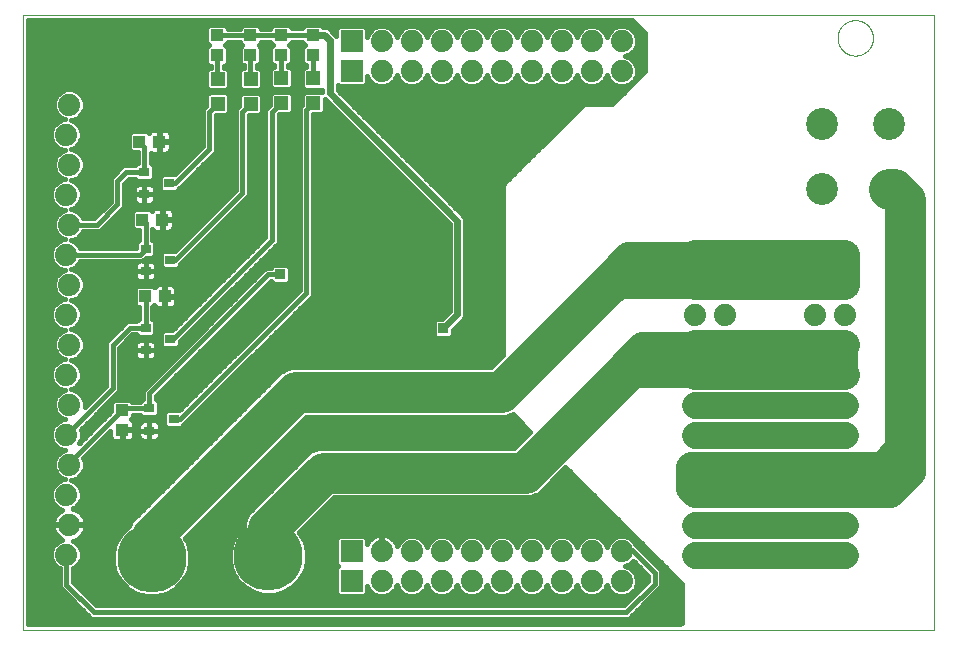
<source format=gtl>
G75*
%MOIN*%
%OFA0B0*%
%FSLAX25Y25*%
%IPPOS*%
%LPD*%
%AMOC8*
5,1,8,0,0,1.08239X$1,22.5*
%
%ADD10C,0.00000*%
%ADD11C,0.07400*%
%ADD12R,0.04724X0.04724*%
%ADD13R,0.04331X0.03937*%
%ADD14R,0.03937X0.04331*%
%ADD15R,0.07400X0.07400*%
%ADD16C,0.23000*%
%ADD17C,0.10630*%
%ADD18R,0.03543X0.03150*%
%ADD19C,0.10000*%
%ADD20C,0.13819*%
%ADD21C,0.08600*%
%ADD22C,0.01600*%
%ADD23R,0.03562X0.03562*%
%ADD24C,0.09055*%
%ADD25C,0.06600*%
%ADD26C,0.02400*%
D10*
X0002194Y0006842D02*
X0002194Y0211802D01*
X0305894Y0211802D01*
X0305894Y0006842D01*
X0002194Y0006842D01*
X0273768Y0204086D02*
X0273770Y0204239D01*
X0273776Y0204393D01*
X0273786Y0204546D01*
X0273800Y0204698D01*
X0273818Y0204851D01*
X0273840Y0205002D01*
X0273865Y0205153D01*
X0273895Y0205304D01*
X0273929Y0205454D01*
X0273966Y0205602D01*
X0274007Y0205750D01*
X0274052Y0205896D01*
X0274101Y0206042D01*
X0274154Y0206186D01*
X0274210Y0206328D01*
X0274270Y0206469D01*
X0274334Y0206609D01*
X0274401Y0206747D01*
X0274472Y0206883D01*
X0274547Y0207017D01*
X0274624Y0207149D01*
X0274706Y0207279D01*
X0274790Y0207407D01*
X0274878Y0207533D01*
X0274969Y0207656D01*
X0275063Y0207777D01*
X0275161Y0207895D01*
X0275261Y0208011D01*
X0275365Y0208124D01*
X0275471Y0208235D01*
X0275580Y0208343D01*
X0275692Y0208448D01*
X0275806Y0208549D01*
X0275924Y0208648D01*
X0276043Y0208744D01*
X0276165Y0208837D01*
X0276290Y0208926D01*
X0276417Y0209013D01*
X0276546Y0209095D01*
X0276677Y0209175D01*
X0276810Y0209251D01*
X0276945Y0209324D01*
X0277082Y0209393D01*
X0277221Y0209458D01*
X0277361Y0209520D01*
X0277503Y0209578D01*
X0277646Y0209633D01*
X0277791Y0209684D01*
X0277937Y0209731D01*
X0278084Y0209774D01*
X0278232Y0209813D01*
X0278381Y0209849D01*
X0278531Y0209880D01*
X0278682Y0209908D01*
X0278833Y0209932D01*
X0278986Y0209952D01*
X0279138Y0209968D01*
X0279291Y0209980D01*
X0279444Y0209988D01*
X0279597Y0209992D01*
X0279751Y0209992D01*
X0279904Y0209988D01*
X0280057Y0209980D01*
X0280210Y0209968D01*
X0280362Y0209952D01*
X0280515Y0209932D01*
X0280666Y0209908D01*
X0280817Y0209880D01*
X0280967Y0209849D01*
X0281116Y0209813D01*
X0281264Y0209774D01*
X0281411Y0209731D01*
X0281557Y0209684D01*
X0281702Y0209633D01*
X0281845Y0209578D01*
X0281987Y0209520D01*
X0282127Y0209458D01*
X0282266Y0209393D01*
X0282403Y0209324D01*
X0282538Y0209251D01*
X0282671Y0209175D01*
X0282802Y0209095D01*
X0282931Y0209013D01*
X0283058Y0208926D01*
X0283183Y0208837D01*
X0283305Y0208744D01*
X0283424Y0208648D01*
X0283542Y0208549D01*
X0283656Y0208448D01*
X0283768Y0208343D01*
X0283877Y0208235D01*
X0283983Y0208124D01*
X0284087Y0208011D01*
X0284187Y0207895D01*
X0284285Y0207777D01*
X0284379Y0207656D01*
X0284470Y0207533D01*
X0284558Y0207407D01*
X0284642Y0207279D01*
X0284724Y0207149D01*
X0284801Y0207017D01*
X0284876Y0206883D01*
X0284947Y0206747D01*
X0285014Y0206609D01*
X0285078Y0206469D01*
X0285138Y0206328D01*
X0285194Y0206186D01*
X0285247Y0206042D01*
X0285296Y0205896D01*
X0285341Y0205750D01*
X0285382Y0205602D01*
X0285419Y0205454D01*
X0285453Y0205304D01*
X0285483Y0205153D01*
X0285508Y0205002D01*
X0285530Y0204851D01*
X0285548Y0204698D01*
X0285562Y0204546D01*
X0285572Y0204393D01*
X0285578Y0204239D01*
X0285580Y0204086D01*
X0285578Y0203933D01*
X0285572Y0203779D01*
X0285562Y0203626D01*
X0285548Y0203474D01*
X0285530Y0203321D01*
X0285508Y0203170D01*
X0285483Y0203019D01*
X0285453Y0202868D01*
X0285419Y0202718D01*
X0285382Y0202570D01*
X0285341Y0202422D01*
X0285296Y0202276D01*
X0285247Y0202130D01*
X0285194Y0201986D01*
X0285138Y0201844D01*
X0285078Y0201703D01*
X0285014Y0201563D01*
X0284947Y0201425D01*
X0284876Y0201289D01*
X0284801Y0201155D01*
X0284724Y0201023D01*
X0284642Y0200893D01*
X0284558Y0200765D01*
X0284470Y0200639D01*
X0284379Y0200516D01*
X0284285Y0200395D01*
X0284187Y0200277D01*
X0284087Y0200161D01*
X0283983Y0200048D01*
X0283877Y0199937D01*
X0283768Y0199829D01*
X0283656Y0199724D01*
X0283542Y0199623D01*
X0283424Y0199524D01*
X0283305Y0199428D01*
X0283183Y0199335D01*
X0283058Y0199246D01*
X0282931Y0199159D01*
X0282802Y0199077D01*
X0282671Y0198997D01*
X0282538Y0198921D01*
X0282403Y0198848D01*
X0282266Y0198779D01*
X0282127Y0198714D01*
X0281987Y0198652D01*
X0281845Y0198594D01*
X0281702Y0198539D01*
X0281557Y0198488D01*
X0281411Y0198441D01*
X0281264Y0198398D01*
X0281116Y0198359D01*
X0280967Y0198323D01*
X0280817Y0198292D01*
X0280666Y0198264D01*
X0280515Y0198240D01*
X0280362Y0198220D01*
X0280210Y0198204D01*
X0280057Y0198192D01*
X0279904Y0198184D01*
X0279751Y0198180D01*
X0279597Y0198180D01*
X0279444Y0198184D01*
X0279291Y0198192D01*
X0279138Y0198204D01*
X0278986Y0198220D01*
X0278833Y0198240D01*
X0278682Y0198264D01*
X0278531Y0198292D01*
X0278381Y0198323D01*
X0278232Y0198359D01*
X0278084Y0198398D01*
X0277937Y0198441D01*
X0277791Y0198488D01*
X0277646Y0198539D01*
X0277503Y0198594D01*
X0277361Y0198652D01*
X0277221Y0198714D01*
X0277082Y0198779D01*
X0276945Y0198848D01*
X0276810Y0198921D01*
X0276677Y0198997D01*
X0276546Y0199077D01*
X0276417Y0199159D01*
X0276290Y0199246D01*
X0276165Y0199335D01*
X0276043Y0199428D01*
X0275924Y0199524D01*
X0275806Y0199623D01*
X0275692Y0199724D01*
X0275580Y0199829D01*
X0275471Y0199937D01*
X0275365Y0200048D01*
X0275261Y0200161D01*
X0275161Y0200277D01*
X0275063Y0200395D01*
X0274969Y0200516D01*
X0274878Y0200639D01*
X0274790Y0200765D01*
X0274706Y0200893D01*
X0274624Y0201023D01*
X0274547Y0201155D01*
X0274472Y0201289D01*
X0274401Y0201425D01*
X0274334Y0201563D01*
X0274270Y0201703D01*
X0274210Y0201844D01*
X0274154Y0201986D01*
X0274101Y0202130D01*
X0274052Y0202276D01*
X0274007Y0202422D01*
X0273966Y0202570D01*
X0273929Y0202718D01*
X0273895Y0202868D01*
X0273865Y0203019D01*
X0273840Y0203170D01*
X0273818Y0203321D01*
X0273800Y0203474D01*
X0273786Y0203626D01*
X0273776Y0203779D01*
X0273770Y0203933D01*
X0273768Y0204086D01*
D11*
X0201800Y0202983D03*
X0201800Y0192983D03*
X0191800Y0192983D03*
X0181800Y0192983D03*
X0171800Y0192983D03*
X0161800Y0192983D03*
X0151800Y0192983D03*
X0141800Y0192983D03*
X0131800Y0192983D03*
X0121800Y0192983D03*
X0121800Y0202983D03*
X0131800Y0202983D03*
X0141800Y0202983D03*
X0151800Y0202983D03*
X0161800Y0202983D03*
X0171800Y0202983D03*
X0181800Y0202983D03*
X0191800Y0202983D03*
X0226194Y0131842D03*
X0236194Y0131842D03*
X0236194Y0121842D03*
X0226194Y0121842D03*
X0226194Y0111842D03*
X0236194Y0111842D03*
X0236194Y0101842D03*
X0226194Y0101842D03*
X0226194Y0091842D03*
X0236194Y0091842D03*
X0236194Y0081842D03*
X0226194Y0081842D03*
X0226194Y0071842D03*
X0236194Y0071842D03*
X0236194Y0061842D03*
X0226194Y0061842D03*
X0226194Y0051842D03*
X0236194Y0051842D03*
X0236194Y0041842D03*
X0226194Y0041842D03*
X0226194Y0031842D03*
X0236194Y0031842D03*
X0266194Y0031842D03*
X0276194Y0031842D03*
X0276194Y0041842D03*
X0266194Y0041842D03*
X0266194Y0051842D03*
X0276194Y0051842D03*
X0276194Y0061842D03*
X0266194Y0061842D03*
X0266194Y0071842D03*
X0276194Y0071842D03*
X0276194Y0081842D03*
X0266194Y0081842D03*
X0266194Y0091842D03*
X0276194Y0091842D03*
X0276194Y0101842D03*
X0266194Y0101842D03*
X0266194Y0111842D03*
X0276194Y0111842D03*
X0276194Y0121842D03*
X0266194Y0121842D03*
X0266194Y0131842D03*
X0276194Y0131842D03*
X0201800Y0032983D03*
X0201800Y0022983D03*
X0191800Y0022983D03*
X0181800Y0022983D03*
X0171800Y0022983D03*
X0161800Y0022983D03*
X0151800Y0022983D03*
X0141800Y0022983D03*
X0131800Y0022983D03*
X0121800Y0022983D03*
X0121800Y0032983D03*
X0131800Y0032983D03*
X0141800Y0032983D03*
X0151800Y0032983D03*
X0161800Y0032983D03*
X0171800Y0032983D03*
X0181800Y0032983D03*
X0191800Y0032983D03*
X0017694Y0041842D03*
X0016694Y0051842D03*
X0017694Y0061842D03*
X0016694Y0071842D03*
X0017694Y0081842D03*
X0016694Y0091842D03*
X0017694Y0101842D03*
X0016694Y0111842D03*
X0017694Y0121842D03*
X0016694Y0131842D03*
X0017694Y0141842D03*
X0016694Y0151842D03*
X0017694Y0161842D03*
X0016694Y0171842D03*
X0017694Y0181842D03*
X0016694Y0031842D03*
D12*
X0067131Y0182180D03*
X0067131Y0190448D03*
X0078154Y0190369D03*
X0088391Y0190684D03*
X0088391Y0182416D03*
X0078154Y0182102D03*
X0099020Y0182338D03*
X0099020Y0190605D03*
D13*
X0098879Y0198456D03*
X0098879Y0205149D03*
X0088249Y0205070D03*
X0088249Y0198377D03*
X0078013Y0198298D03*
X0078013Y0204991D03*
X0066989Y0204913D03*
X0066989Y0198220D03*
X0035320Y0080149D03*
X0035320Y0073456D03*
D14*
X0042863Y0117920D03*
X0049556Y0117920D03*
X0048753Y0143511D03*
X0042060Y0143511D03*
X0041013Y0169495D03*
X0047706Y0169495D03*
D15*
X0111800Y0192983D03*
X0111800Y0202983D03*
X0111800Y0032983D03*
X0111800Y0022983D03*
D16*
X0084083Y0031251D03*
X0045107Y0030857D03*
D17*
X0268454Y0153692D03*
X0290894Y0153692D03*
X0290894Y0175346D03*
X0268454Y0175346D03*
D18*
X0051013Y0155661D03*
X0042745Y0159401D03*
X0042745Y0151920D03*
X0043139Y0133810D03*
X0051406Y0130070D03*
X0043139Y0126330D03*
X0043139Y0107432D03*
X0043139Y0099952D03*
X0051406Y0103692D03*
X0044320Y0080661D03*
X0052587Y0076920D03*
X0044320Y0073180D03*
D19*
X0226194Y0091842D02*
X0226194Y0101842D01*
X0236194Y0101842D01*
X0236194Y0091842D01*
X0266194Y0091842D01*
X0266194Y0101842D01*
X0270237Y0095885D02*
X0276194Y0101842D01*
X0236194Y0101842D01*
X0236194Y0091842D02*
X0226194Y0091842D01*
X0226194Y0121842D02*
X0236194Y0121842D01*
X0236194Y0131842D01*
X0226194Y0131842D02*
X0226194Y0121842D01*
X0226194Y0131842D02*
X0266194Y0131842D01*
X0276194Y0131842D01*
X0276194Y0121842D01*
X0236194Y0121842D01*
X0266194Y0121842D02*
X0266194Y0131842D01*
X0270237Y0095885D02*
X0266194Y0091842D01*
X0276194Y0091842D01*
D20*
X0270237Y0095885D02*
X0268595Y0094243D01*
X0204556Y0094243D01*
X0169517Y0059204D01*
X0102587Y0059204D01*
X0084083Y0040700D01*
X0084083Y0031251D01*
X0045107Y0030857D02*
X0045107Y0037944D01*
X0093139Y0085976D01*
X0161643Y0085976D01*
X0197076Y0121409D01*
X0202194Y0126527D01*
X0227784Y0126527D01*
X0229753Y0128495D01*
X0252981Y0128495D01*
X0254950Y0126527D01*
X0256918Y0126527D01*
X0257312Y0126920D01*
X0273847Y0126920D01*
X0296288Y0150149D02*
X0296288Y0060385D01*
X0292745Y0056842D01*
X0277391Y0056842D01*
X0227784Y0056842D01*
X0296288Y0150149D02*
X0292745Y0153692D01*
X0290894Y0153692D01*
D21*
X0236194Y0121842D02*
X0235761Y0121409D01*
X0197076Y0121409D01*
X0200619Y0128495D02*
X0203965Y0131842D01*
X0226194Y0131842D01*
X0226194Y0101842D02*
X0208611Y0101842D01*
X0202194Y0095424D01*
X0224910Y0061842D02*
X0224241Y0061172D01*
X0224241Y0053794D01*
X0274343Y0053794D01*
X0277391Y0056842D01*
X0276194Y0061842D02*
X0288690Y0061842D01*
X0292745Y0065897D01*
X0299044Y0059204D02*
X0291682Y0051842D01*
X0276194Y0051842D01*
X0236194Y0051842D01*
X0226194Y0051842D01*
X0224241Y0053794D01*
X0224910Y0061842D02*
X0226194Y0061842D01*
X0276194Y0061842D01*
X0276194Y0091842D02*
X0276194Y0101842D01*
D22*
X0202066Y0042009D02*
X0097144Y0042009D01*
X0098742Y0043607D02*
X0200467Y0043607D01*
X0198869Y0045206D02*
X0100341Y0045206D01*
X0101939Y0046804D02*
X0197270Y0046804D01*
X0195672Y0048403D02*
X0103538Y0048403D01*
X0105136Y0050001D02*
X0194073Y0050001D01*
X0192475Y0051600D02*
X0172873Y0051600D01*
X0174223Y0052159D02*
X0171169Y0050894D01*
X0106029Y0050894D01*
X0094356Y0039222D01*
X0094406Y0039172D01*
X0096104Y0036230D01*
X0096983Y0032949D01*
X0096983Y0029553D01*
X0096104Y0026272D01*
X0094406Y0023330D01*
X0092004Y0020929D01*
X0089063Y0019230D01*
X0085782Y0018351D01*
X0082385Y0018351D01*
X0079104Y0019230D01*
X0076163Y0020929D01*
X0073761Y0023330D01*
X0072063Y0026272D01*
X0071183Y0029553D01*
X0071183Y0032949D01*
X0072063Y0036230D01*
X0073761Y0039172D01*
X0075774Y0041185D01*
X0075774Y0042353D01*
X0077039Y0045407D01*
X0095543Y0063911D01*
X0097880Y0066248D01*
X0100935Y0067513D01*
X0166075Y0067513D01*
X0171318Y0072757D01*
X0165497Y0078578D01*
X0163295Y0077666D01*
X0096580Y0077666D01*
X0056258Y0037344D01*
X0057128Y0035837D01*
X0058007Y0032556D01*
X0058007Y0029159D01*
X0057128Y0025878D01*
X0055430Y0022937D01*
X0053028Y0020535D01*
X0050086Y0018837D01*
X0046805Y0017957D01*
X0043409Y0017957D01*
X0040128Y0018837D01*
X0037186Y0020535D01*
X0034785Y0022937D01*
X0033086Y0025878D01*
X0032207Y0029159D01*
X0032207Y0032556D01*
X0033086Y0035837D01*
X0034785Y0038778D01*
X0037186Y0041180D01*
X0037537Y0041383D01*
X0038063Y0042651D01*
X0086094Y0090682D01*
X0088432Y0093020D01*
X0091486Y0094285D01*
X0158201Y0094285D01*
X0162430Y0098514D01*
X0162430Y0155267D01*
X0189202Y0182039D01*
X0198650Y0182039D01*
X0209674Y0193062D01*
X0209674Y0205661D01*
X0205332Y0210002D01*
X0003994Y0210002D01*
X0003994Y0008642D01*
X0221317Y0008642D01*
X0221879Y0009204D01*
X0221879Y0022196D01*
X0183069Y0061005D01*
X0174223Y0052159D01*
X0175262Y0053199D02*
X0190876Y0053199D01*
X0189278Y0054797D02*
X0176861Y0054797D01*
X0178459Y0056396D02*
X0187679Y0056396D01*
X0186081Y0057994D02*
X0180058Y0057994D01*
X0181657Y0059593D02*
X0184482Y0059593D01*
X0170942Y0072381D02*
X0091295Y0072381D01*
X0092894Y0073979D02*
X0170096Y0073979D01*
X0168497Y0075578D02*
X0094492Y0075578D01*
X0096091Y0077176D02*
X0166899Y0077176D01*
X0169343Y0070782D02*
X0089697Y0070782D01*
X0088098Y0069184D02*
X0167745Y0069184D01*
X0166146Y0067585D02*
X0086499Y0067585D01*
X0084901Y0065987D02*
X0097619Y0065987D01*
X0096020Y0064388D02*
X0083302Y0064388D01*
X0081704Y0062790D02*
X0094422Y0062790D01*
X0092823Y0061191D02*
X0080105Y0061191D01*
X0078507Y0059593D02*
X0091225Y0059593D01*
X0089626Y0057994D02*
X0076908Y0057994D01*
X0075310Y0056396D02*
X0088028Y0056396D01*
X0086429Y0054797D02*
X0073711Y0054797D01*
X0072113Y0053199D02*
X0084831Y0053199D01*
X0083232Y0051600D02*
X0070514Y0051600D01*
X0068916Y0050001D02*
X0081634Y0050001D01*
X0080035Y0048403D02*
X0067317Y0048403D01*
X0065719Y0046804D02*
X0078437Y0046804D01*
X0076956Y0045206D02*
X0064120Y0045206D01*
X0062522Y0043607D02*
X0076294Y0043607D01*
X0075774Y0042009D02*
X0060923Y0042009D01*
X0059325Y0040410D02*
X0074999Y0040410D01*
X0073553Y0038812D02*
X0057726Y0038812D01*
X0056333Y0037213D02*
X0072630Y0037213D01*
X0071898Y0035615D02*
X0057187Y0035615D01*
X0057616Y0034016D02*
X0071469Y0034016D01*
X0071183Y0032418D02*
X0058007Y0032418D01*
X0058007Y0030819D02*
X0071183Y0030819D01*
X0071272Y0029221D02*
X0058007Y0029221D01*
X0057595Y0027622D02*
X0071701Y0027622D01*
X0072206Y0026024D02*
X0057167Y0026024D01*
X0056289Y0024425D02*
X0073129Y0024425D01*
X0074264Y0022827D02*
X0055320Y0022827D01*
X0053721Y0021228D02*
X0075863Y0021228D01*
X0078412Y0019630D02*
X0051460Y0019630D01*
X0047081Y0018031D02*
X0107372Y0018031D01*
X0107520Y0017883D02*
X0116080Y0017883D01*
X0116900Y0018704D01*
X0116900Y0021486D01*
X0117476Y0020094D01*
X0118911Y0018660D01*
X0120786Y0017883D01*
X0122814Y0017883D01*
X0124689Y0018660D01*
X0126124Y0020094D01*
X0126800Y0021728D01*
X0127476Y0020094D01*
X0128911Y0018660D01*
X0130786Y0017883D01*
X0132814Y0017883D01*
X0134689Y0018660D01*
X0136124Y0020094D01*
X0136800Y0021728D01*
X0137476Y0020094D01*
X0138911Y0018660D01*
X0140786Y0017883D01*
X0142814Y0017883D01*
X0144689Y0018660D01*
X0146124Y0020094D01*
X0146800Y0021728D01*
X0147476Y0020094D01*
X0148911Y0018660D01*
X0150786Y0017883D01*
X0152814Y0017883D01*
X0154689Y0018660D01*
X0156124Y0020094D01*
X0156800Y0021728D01*
X0157476Y0020094D01*
X0158911Y0018660D01*
X0160786Y0017883D01*
X0162814Y0017883D01*
X0164689Y0018660D01*
X0166124Y0020094D01*
X0166800Y0021728D01*
X0167476Y0020094D01*
X0168911Y0018660D01*
X0170786Y0017883D01*
X0172814Y0017883D01*
X0174689Y0018660D01*
X0176124Y0020094D01*
X0176800Y0021728D01*
X0177476Y0020094D01*
X0178911Y0018660D01*
X0180786Y0017883D01*
X0182814Y0017883D01*
X0184689Y0018660D01*
X0186124Y0020094D01*
X0186800Y0021728D01*
X0187476Y0020094D01*
X0188911Y0018660D01*
X0190786Y0017883D01*
X0192814Y0017883D01*
X0194689Y0018660D01*
X0196124Y0020094D01*
X0196800Y0021728D01*
X0197476Y0020094D01*
X0198911Y0018660D01*
X0200786Y0017883D01*
X0202814Y0017883D01*
X0204689Y0018660D01*
X0206124Y0020094D01*
X0206900Y0021969D01*
X0206900Y0023998D01*
X0206124Y0025872D01*
X0204689Y0027307D01*
X0203056Y0027983D01*
X0204689Y0028660D01*
X0205740Y0029711D01*
X0210624Y0024828D01*
X0210624Y0023107D01*
X0202464Y0014947D01*
X0026727Y0014947D01*
X0018894Y0022781D01*
X0018894Y0027233D01*
X0019583Y0027518D01*
X0021017Y0028953D01*
X0021794Y0030827D01*
X0021794Y0032856D01*
X0021017Y0034731D01*
X0019583Y0036165D01*
X0018872Y0036460D01*
X0018982Y0036477D01*
X0019805Y0036745D01*
X0020576Y0037138D01*
X0021277Y0037647D01*
X0021889Y0038259D01*
X0022398Y0038959D01*
X0022791Y0039730D01*
X0023058Y0040554D01*
X0023194Y0041409D01*
X0023194Y0041642D01*
X0017894Y0041642D01*
X0017894Y0042042D01*
X0023194Y0042042D01*
X0023194Y0042275D01*
X0023058Y0043130D01*
X0022791Y0043953D01*
X0022398Y0044724D01*
X0021889Y0045425D01*
X0021277Y0046037D01*
X0020576Y0046546D01*
X0019805Y0046939D01*
X0018982Y0047206D01*
X0018872Y0047224D01*
X0019583Y0047518D01*
X0021017Y0048953D01*
X0021794Y0050827D01*
X0021794Y0052856D01*
X0021017Y0054731D01*
X0019583Y0056165D01*
X0018191Y0056742D01*
X0018708Y0056742D01*
X0020583Y0057518D01*
X0022017Y0058953D01*
X0022794Y0060827D01*
X0022794Y0062856D01*
X0022309Y0064027D01*
X0031354Y0073072D01*
X0031354Y0071250D01*
X0031477Y0070793D01*
X0031714Y0070382D01*
X0032049Y0070047D01*
X0032460Y0069810D01*
X0032917Y0069687D01*
X0035135Y0069687D01*
X0035135Y0073272D01*
X0035504Y0073272D01*
X0035504Y0073640D01*
X0039285Y0073640D01*
X0039285Y0075661D01*
X0039162Y0076119D01*
X0038925Y0076530D01*
X0038590Y0076865D01*
X0038311Y0077026D01*
X0038885Y0077600D01*
X0038885Y0078461D01*
X0041193Y0078461D01*
X0041968Y0077686D01*
X0046671Y0077686D01*
X0047491Y0078506D01*
X0047491Y0082815D01*
X0046671Y0083635D01*
X0046520Y0083635D01*
X0046520Y0084671D01*
X0084839Y0122990D01*
X0084839Y0122985D01*
X0085659Y0122165D01*
X0090381Y0122165D01*
X0091202Y0122985D01*
X0091202Y0127707D01*
X0090381Y0128527D01*
X0085659Y0128527D01*
X0084839Y0127707D01*
X0084839Y0127546D01*
X0083172Y0127546D01*
X0081883Y0126257D01*
X0042120Y0086493D01*
X0042120Y0083635D01*
X0041968Y0083635D01*
X0041193Y0082861D01*
X0038722Y0082861D01*
X0038065Y0083517D01*
X0032574Y0083517D01*
X0031754Y0082697D01*
X0031754Y0079695D01*
X0021021Y0068961D01*
X0021794Y0070827D01*
X0021794Y0072856D01*
X0021508Y0073545D01*
X0034315Y0086352D01*
X0034315Y0100812D01*
X0038735Y0105232D01*
X0040012Y0105232D01*
X0040787Y0104457D01*
X0045490Y0104457D01*
X0046310Y0105278D01*
X0046310Y0109587D01*
X0045490Y0110407D01*
X0045339Y0110407D01*
X0045339Y0114355D01*
X0045411Y0114355D01*
X0045986Y0114929D01*
X0046147Y0114650D01*
X0046482Y0114315D01*
X0046893Y0114078D01*
X0047350Y0113955D01*
X0049372Y0113955D01*
X0049372Y0117736D01*
X0049740Y0117736D01*
X0049740Y0113955D01*
X0051761Y0113955D01*
X0052219Y0114078D01*
X0052630Y0114315D01*
X0052965Y0114650D01*
X0053202Y0115060D01*
X0053324Y0115518D01*
X0053324Y0117736D01*
X0049740Y0117736D01*
X0049740Y0118105D01*
X0049372Y0118105D01*
X0049372Y0121886D01*
X0047350Y0121886D01*
X0046893Y0121763D01*
X0046482Y0121526D01*
X0046147Y0121191D01*
X0045986Y0120911D01*
X0045411Y0121486D01*
X0040315Y0121486D01*
X0039494Y0120666D01*
X0039494Y0115175D01*
X0040315Y0114355D01*
X0040939Y0114355D01*
X0040939Y0110407D01*
X0040787Y0110407D01*
X0040012Y0109632D01*
X0036912Y0109632D01*
X0029915Y0102635D01*
X0029915Y0088174D01*
X0022794Y0081053D01*
X0022794Y0082856D01*
X0022017Y0084731D01*
X0020583Y0086165D01*
X0018708Y0086942D01*
X0018191Y0086942D01*
X0019583Y0087518D01*
X0021017Y0088953D01*
X0021794Y0090827D01*
X0021794Y0092856D01*
X0021017Y0094731D01*
X0019583Y0096165D01*
X0018191Y0096742D01*
X0018708Y0096742D01*
X0020583Y0097518D01*
X0022017Y0098953D01*
X0022794Y0100827D01*
X0022794Y0102856D01*
X0022017Y0104731D01*
X0020583Y0106165D01*
X0018708Y0106942D01*
X0018191Y0106942D01*
X0019583Y0107518D01*
X0021017Y0108953D01*
X0021794Y0110827D01*
X0021794Y0112856D01*
X0021017Y0114731D01*
X0019583Y0116165D01*
X0018191Y0116742D01*
X0018708Y0116742D01*
X0020583Y0117518D01*
X0022017Y0118953D01*
X0022794Y0120827D01*
X0022794Y0122856D01*
X0022017Y0124731D01*
X0020583Y0126165D01*
X0018708Y0126942D01*
X0018191Y0126942D01*
X0019583Y0127518D01*
X0021017Y0128953D01*
X0021303Y0129642D01*
X0040895Y0129642D01*
X0040672Y0129582D01*
X0040262Y0129345D01*
X0039927Y0129010D01*
X0039690Y0128599D01*
X0039567Y0128142D01*
X0039567Y0126330D01*
X0043138Y0126330D01*
X0043138Y0126330D01*
X0039567Y0126330D01*
X0039567Y0124518D01*
X0039690Y0124060D01*
X0039927Y0123650D01*
X0040262Y0123315D01*
X0040672Y0123078D01*
X0041130Y0122955D01*
X0043139Y0122955D01*
X0045147Y0122955D01*
X0045605Y0123078D01*
X0046015Y0123315D01*
X0046351Y0123650D01*
X0046588Y0124060D01*
X0046710Y0124518D01*
X0046710Y0126330D01*
X0046710Y0128142D01*
X0046588Y0128599D01*
X0046351Y0129010D01*
X0046015Y0129345D01*
X0045605Y0129582D01*
X0045147Y0129705D01*
X0043139Y0129705D01*
X0043139Y0126330D01*
X0046710Y0126330D01*
X0043139Y0126330D01*
X0043139Y0126330D01*
X0043139Y0126330D01*
X0043139Y0122955D01*
X0043139Y0126330D01*
X0043139Y0126330D01*
X0043139Y0129705D01*
X0042144Y0129705D01*
X0043275Y0130835D01*
X0045490Y0130835D01*
X0046310Y0131655D01*
X0046310Y0135965D01*
X0045490Y0136785D01*
X0045339Y0136785D01*
X0045339Y0140250D01*
X0045344Y0140240D01*
X0045679Y0139905D01*
X0046089Y0139668D01*
X0046547Y0139546D01*
X0048568Y0139546D01*
X0048568Y0143327D01*
X0048937Y0143327D01*
X0048937Y0143695D01*
X0052521Y0143695D01*
X0052521Y0145913D01*
X0052399Y0146371D01*
X0052162Y0146782D01*
X0051826Y0147117D01*
X0051416Y0147354D01*
X0050958Y0147476D01*
X0048937Y0147476D01*
X0048937Y0143695D01*
X0048568Y0143695D01*
X0048568Y0147476D01*
X0046547Y0147476D01*
X0046089Y0147354D01*
X0045679Y0147117D01*
X0045344Y0146782D01*
X0045183Y0146502D01*
X0044608Y0147076D01*
X0039511Y0147076D01*
X0038691Y0146256D01*
X0038691Y0140766D01*
X0039511Y0139946D01*
X0040939Y0139946D01*
X0040939Y0136785D01*
X0040787Y0136785D01*
X0039967Y0135965D01*
X0039967Y0134042D01*
X0021303Y0134042D01*
X0021017Y0134731D01*
X0019583Y0136165D01*
X0018191Y0136742D01*
X0018708Y0136742D01*
X0020583Y0137518D01*
X0022017Y0138953D01*
X0022303Y0139642D01*
X0027869Y0139642D01*
X0034601Y0146374D01*
X0035890Y0147663D01*
X0035890Y0155537D01*
X0037554Y0157201D01*
X0039619Y0157201D01*
X0040393Y0156426D01*
X0045096Y0156426D01*
X0045917Y0157246D01*
X0045917Y0161555D01*
X0045096Y0162376D01*
X0044945Y0162376D01*
X0044945Y0165709D01*
X0045042Y0165653D01*
X0045500Y0165530D01*
X0047521Y0165530D01*
X0047521Y0169311D01*
X0047890Y0169311D01*
X0047890Y0169679D01*
X0051474Y0169679D01*
X0051474Y0171898D01*
X0051351Y0172355D01*
X0051114Y0172766D01*
X0050779Y0173101D01*
X0050369Y0173338D01*
X0049911Y0173461D01*
X0047890Y0173461D01*
X0047890Y0169680D01*
X0047521Y0169680D01*
X0047521Y0173461D01*
X0045500Y0173461D01*
X0045042Y0173338D01*
X0044632Y0173101D01*
X0044297Y0172766D01*
X0044135Y0172486D01*
X0043561Y0173061D01*
X0038464Y0173061D01*
X0037644Y0172240D01*
X0037644Y0166750D01*
X0038464Y0165930D01*
X0040545Y0165930D01*
X0040545Y0162376D01*
X0040393Y0162376D01*
X0039619Y0161601D01*
X0035731Y0161601D01*
X0031490Y0157359D01*
X0031490Y0149485D01*
X0026046Y0144042D01*
X0022303Y0144042D01*
X0022017Y0144731D01*
X0020583Y0146165D01*
X0018708Y0146942D01*
X0018191Y0146942D01*
X0019583Y0147518D01*
X0021017Y0148953D01*
X0021794Y0150827D01*
X0021794Y0152856D01*
X0021017Y0154731D01*
X0019583Y0156165D01*
X0018191Y0156742D01*
X0018708Y0156742D01*
X0020583Y0157518D01*
X0022017Y0158953D01*
X0022794Y0160827D01*
X0022794Y0162856D01*
X0022017Y0164731D01*
X0020583Y0166165D01*
X0018708Y0166942D01*
X0018191Y0166942D01*
X0019583Y0167518D01*
X0021017Y0168953D01*
X0021794Y0170827D01*
X0021794Y0172856D01*
X0021017Y0174731D01*
X0019583Y0176165D01*
X0018191Y0176742D01*
X0018708Y0176742D01*
X0020583Y0177518D01*
X0022017Y0178953D01*
X0022794Y0180827D01*
X0022794Y0182856D01*
X0022017Y0184731D01*
X0020583Y0186165D01*
X0018708Y0186942D01*
X0016679Y0186942D01*
X0014805Y0186165D01*
X0013370Y0184731D01*
X0012594Y0182856D01*
X0012594Y0180827D01*
X0013370Y0178953D01*
X0014805Y0177518D01*
X0016196Y0176942D01*
X0015679Y0176942D01*
X0013805Y0176165D01*
X0012370Y0174731D01*
X0011594Y0172856D01*
X0011594Y0170827D01*
X0012370Y0168953D01*
X0013805Y0167518D01*
X0015679Y0166742D01*
X0016196Y0166742D01*
X0014805Y0166165D01*
X0013370Y0164731D01*
X0012594Y0162856D01*
X0012594Y0160827D01*
X0013370Y0158953D01*
X0014805Y0157518D01*
X0016196Y0156942D01*
X0015679Y0156942D01*
X0013805Y0156165D01*
X0012370Y0154731D01*
X0011594Y0152856D01*
X0011594Y0150827D01*
X0012370Y0148953D01*
X0013805Y0147518D01*
X0015679Y0146742D01*
X0016196Y0146742D01*
X0014805Y0146165D01*
X0013370Y0144731D01*
X0012594Y0142856D01*
X0012594Y0140827D01*
X0013370Y0138953D01*
X0014805Y0137518D01*
X0016196Y0136942D01*
X0015679Y0136942D01*
X0013805Y0136165D01*
X0012370Y0134731D01*
X0011594Y0132856D01*
X0011594Y0130827D01*
X0012370Y0128953D01*
X0013805Y0127518D01*
X0015679Y0126742D01*
X0016196Y0126742D01*
X0014805Y0126165D01*
X0013370Y0124731D01*
X0012594Y0122856D01*
X0012594Y0120827D01*
X0013370Y0118953D01*
X0014805Y0117518D01*
X0016196Y0116942D01*
X0015679Y0116942D01*
X0013805Y0116165D01*
X0012370Y0114731D01*
X0011594Y0112856D01*
X0011594Y0110827D01*
X0012370Y0108953D01*
X0013805Y0107518D01*
X0015679Y0106742D01*
X0016196Y0106742D01*
X0014805Y0106165D01*
X0013370Y0104731D01*
X0012594Y0102856D01*
X0012594Y0100827D01*
X0013370Y0098953D01*
X0014805Y0097518D01*
X0016196Y0096942D01*
X0015679Y0096942D01*
X0013805Y0096165D01*
X0012370Y0094731D01*
X0011594Y0092856D01*
X0011594Y0090827D01*
X0012370Y0088953D01*
X0013805Y0087518D01*
X0015679Y0086742D01*
X0016196Y0086742D01*
X0014805Y0086165D01*
X0013370Y0084731D01*
X0012594Y0082856D01*
X0012594Y0080827D01*
X0013370Y0078953D01*
X0014805Y0077518D01*
X0016196Y0076942D01*
X0015679Y0076942D01*
X0013805Y0076165D01*
X0012370Y0074731D01*
X0011594Y0072856D01*
X0011594Y0070827D01*
X0012370Y0068953D01*
X0013805Y0067518D01*
X0015679Y0066742D01*
X0016196Y0066742D01*
X0014805Y0066165D01*
X0013370Y0064731D01*
X0012594Y0062856D01*
X0012594Y0060827D01*
X0013370Y0058953D01*
X0014805Y0057518D01*
X0016196Y0056942D01*
X0015679Y0056942D01*
X0013805Y0056165D01*
X0012370Y0054731D01*
X0011594Y0052856D01*
X0011594Y0050827D01*
X0012370Y0048953D01*
X0013805Y0047518D01*
X0015413Y0046852D01*
X0014811Y0046546D01*
X0014111Y0046037D01*
X0013499Y0045425D01*
X0012990Y0044724D01*
X0012597Y0043953D01*
X0012329Y0043130D01*
X0012194Y0042275D01*
X0012194Y0042042D01*
X0017494Y0042042D01*
X0017494Y0041642D01*
X0012194Y0041642D01*
X0012194Y0041409D01*
X0012329Y0040554D01*
X0012597Y0039730D01*
X0012990Y0038959D01*
X0013499Y0038259D01*
X0014111Y0037647D01*
X0014811Y0037138D01*
X0015413Y0036831D01*
X0013805Y0036165D01*
X0012370Y0034731D01*
X0011594Y0032856D01*
X0011594Y0030827D01*
X0012370Y0028953D01*
X0013805Y0027518D01*
X0014494Y0027233D01*
X0014494Y0020958D01*
X0023616Y0011836D01*
X0024904Y0010547D01*
X0204286Y0010547D01*
X0213735Y0019996D01*
X0215024Y0021285D01*
X0215024Y0026651D01*
X0207543Y0034131D01*
X0206351Y0035323D01*
X0206124Y0035872D01*
X0204689Y0037307D01*
X0202814Y0038083D01*
X0200786Y0038083D01*
X0198911Y0037307D01*
X0197476Y0035872D01*
X0196800Y0034239D01*
X0196124Y0035872D01*
X0194689Y0037307D01*
X0192814Y0038083D01*
X0190786Y0038083D01*
X0188911Y0037307D01*
X0187476Y0035872D01*
X0186800Y0034239D01*
X0186124Y0035872D01*
X0184689Y0037307D01*
X0182814Y0038083D01*
X0180786Y0038083D01*
X0178911Y0037307D01*
X0177476Y0035872D01*
X0176800Y0034239D01*
X0176124Y0035872D01*
X0174689Y0037307D01*
X0172814Y0038083D01*
X0170786Y0038083D01*
X0168911Y0037307D01*
X0167476Y0035872D01*
X0166800Y0034239D01*
X0166124Y0035872D01*
X0164689Y0037307D01*
X0162814Y0038083D01*
X0160786Y0038083D01*
X0158911Y0037307D01*
X0157476Y0035872D01*
X0156800Y0034239D01*
X0156124Y0035872D01*
X0154689Y0037307D01*
X0152814Y0038083D01*
X0150786Y0038083D01*
X0148911Y0037307D01*
X0147476Y0035872D01*
X0146800Y0034239D01*
X0146124Y0035872D01*
X0144689Y0037307D01*
X0142814Y0038083D01*
X0140786Y0038083D01*
X0138911Y0037307D01*
X0137476Y0035872D01*
X0136800Y0034239D01*
X0136124Y0035872D01*
X0134689Y0037307D01*
X0132814Y0038083D01*
X0130786Y0038083D01*
X0128911Y0037307D01*
X0127476Y0035872D01*
X0127010Y0034747D01*
X0126897Y0035095D01*
X0126504Y0035866D01*
X0125995Y0036566D01*
X0125383Y0037179D01*
X0124683Y0037687D01*
X0123911Y0038080D01*
X0123088Y0038348D01*
X0122233Y0038483D01*
X0122000Y0038483D01*
X0122000Y0033183D01*
X0121600Y0033183D01*
X0121600Y0038483D01*
X0121367Y0038483D01*
X0120512Y0038348D01*
X0119689Y0038080D01*
X0118917Y0037687D01*
X0118217Y0037179D01*
X0117605Y0036566D01*
X0117096Y0035866D01*
X0116900Y0035481D01*
X0116900Y0037263D01*
X0116080Y0038083D01*
X0107520Y0038083D01*
X0106700Y0037263D01*
X0106700Y0028704D01*
X0107420Y0027983D01*
X0106700Y0027263D01*
X0106700Y0018704D01*
X0107520Y0017883D01*
X0106700Y0019630D02*
X0089755Y0019630D01*
X0092304Y0021228D02*
X0106700Y0021228D01*
X0106700Y0022827D02*
X0093902Y0022827D01*
X0095038Y0024425D02*
X0106700Y0024425D01*
X0106700Y0026024D02*
X0095961Y0026024D01*
X0096466Y0027622D02*
X0107059Y0027622D01*
X0106700Y0029221D02*
X0096895Y0029221D01*
X0096983Y0030819D02*
X0106700Y0030819D01*
X0106700Y0032418D02*
X0096983Y0032418D01*
X0096698Y0034016D02*
X0106700Y0034016D01*
X0106700Y0035615D02*
X0096269Y0035615D01*
X0095537Y0037213D02*
X0106700Y0037213D01*
X0116900Y0037213D02*
X0118265Y0037213D01*
X0116968Y0035615D02*
X0116900Y0035615D01*
X0121600Y0035615D02*
X0122000Y0035615D01*
X0122000Y0037213D02*
X0121600Y0037213D01*
X0121600Y0034016D02*
X0122000Y0034016D01*
X0125335Y0037213D02*
X0128817Y0037213D01*
X0127370Y0035615D02*
X0126632Y0035615D01*
X0134782Y0037213D02*
X0138817Y0037213D01*
X0137370Y0035615D02*
X0136230Y0035615D01*
X0144782Y0037213D02*
X0148817Y0037213D01*
X0147370Y0035615D02*
X0146230Y0035615D01*
X0154782Y0037213D02*
X0158817Y0037213D01*
X0157370Y0035615D02*
X0156230Y0035615D01*
X0164782Y0037213D02*
X0168817Y0037213D01*
X0167370Y0035615D02*
X0166230Y0035615D01*
X0174782Y0037213D02*
X0178817Y0037213D01*
X0177370Y0035615D02*
X0176230Y0035615D01*
X0184782Y0037213D02*
X0188817Y0037213D01*
X0187370Y0035615D02*
X0186230Y0035615D01*
X0194782Y0037213D02*
X0198817Y0037213D01*
X0197370Y0035615D02*
X0196230Y0035615D01*
X0201800Y0032983D02*
X0202036Y0033220D01*
X0205343Y0033220D01*
X0212824Y0025739D01*
X0212824Y0022196D01*
X0203375Y0012747D01*
X0025816Y0012747D01*
X0016694Y0021869D01*
X0016694Y0031842D01*
X0020133Y0035615D02*
X0033027Y0035615D01*
X0032598Y0034016D02*
X0021313Y0034016D01*
X0021794Y0032418D02*
X0032207Y0032418D01*
X0032207Y0030819D02*
X0021790Y0030819D01*
X0021128Y0029221D02*
X0032207Y0029221D01*
X0032619Y0027622D02*
X0019687Y0027622D01*
X0018894Y0026024D02*
X0033047Y0026024D01*
X0033925Y0024425D02*
X0018894Y0024425D01*
X0018894Y0022827D02*
X0034894Y0022827D01*
X0036493Y0021228D02*
X0020446Y0021228D01*
X0022044Y0019630D02*
X0038754Y0019630D01*
X0043133Y0018031D02*
X0023643Y0018031D01*
X0025241Y0016433D02*
X0203949Y0016433D01*
X0203171Y0018031D02*
X0205548Y0018031D01*
X0205659Y0019630D02*
X0207146Y0019630D01*
X0206593Y0021228D02*
X0208745Y0021228D01*
X0210343Y0022827D02*
X0206900Y0022827D01*
X0206723Y0024425D02*
X0210624Y0024425D01*
X0209428Y0026024D02*
X0205972Y0026024D01*
X0207829Y0027622D02*
X0203928Y0027622D01*
X0205250Y0029221D02*
X0206231Y0029221D01*
X0209256Y0032418D02*
X0211657Y0032418D01*
X0210855Y0030819D02*
X0213255Y0030819D01*
X0212453Y0029221D02*
X0214854Y0029221D01*
X0214052Y0027622D02*
X0216452Y0027622D01*
X0215024Y0026024D02*
X0218051Y0026024D01*
X0219649Y0024425D02*
X0215024Y0024425D01*
X0215024Y0022827D02*
X0221248Y0022827D01*
X0221879Y0021228D02*
X0214967Y0021228D01*
X0213369Y0019630D02*
X0221879Y0019630D01*
X0221879Y0018031D02*
X0211770Y0018031D01*
X0210172Y0016433D02*
X0221879Y0016433D01*
X0221879Y0014834D02*
X0208573Y0014834D01*
X0206975Y0013236D02*
X0221879Y0013236D01*
X0221879Y0011637D02*
X0205376Y0011637D01*
X0200429Y0018031D02*
X0193171Y0018031D01*
X0190429Y0018031D02*
X0183171Y0018031D01*
X0180429Y0018031D02*
X0173171Y0018031D01*
X0170429Y0018031D02*
X0163171Y0018031D01*
X0160429Y0018031D02*
X0153171Y0018031D01*
X0150429Y0018031D02*
X0143171Y0018031D01*
X0140429Y0018031D02*
X0133171Y0018031D01*
X0130429Y0018031D02*
X0123171Y0018031D01*
X0120429Y0018031D02*
X0116228Y0018031D01*
X0116900Y0019630D02*
X0117941Y0019630D01*
X0117007Y0021228D02*
X0116900Y0021228D01*
X0125659Y0019630D02*
X0127941Y0019630D01*
X0127007Y0021228D02*
X0126593Y0021228D01*
X0135659Y0019630D02*
X0137941Y0019630D01*
X0137007Y0021228D02*
X0136593Y0021228D01*
X0145659Y0019630D02*
X0147941Y0019630D01*
X0147007Y0021228D02*
X0146593Y0021228D01*
X0155659Y0019630D02*
X0157941Y0019630D01*
X0157007Y0021228D02*
X0156593Y0021228D01*
X0165659Y0019630D02*
X0167941Y0019630D01*
X0167007Y0021228D02*
X0166593Y0021228D01*
X0175659Y0019630D02*
X0177941Y0019630D01*
X0177007Y0021228D02*
X0176593Y0021228D01*
X0185659Y0019630D02*
X0187941Y0019630D01*
X0187007Y0021228D02*
X0186593Y0021228D01*
X0195659Y0019630D02*
X0197941Y0019630D01*
X0197007Y0021228D02*
X0196593Y0021228D01*
X0207658Y0034016D02*
X0210058Y0034016D01*
X0208460Y0035615D02*
X0206230Y0035615D01*
X0206861Y0037213D02*
X0204782Y0037213D01*
X0205263Y0038812D02*
X0094614Y0038812D01*
X0095545Y0040410D02*
X0203664Y0040410D01*
X0221879Y0010039D02*
X0003994Y0010039D01*
X0003994Y0011637D02*
X0023814Y0011637D01*
X0022216Y0013236D02*
X0003994Y0013236D01*
X0003994Y0014834D02*
X0020617Y0014834D01*
X0019019Y0016433D02*
X0003994Y0016433D01*
X0003994Y0018031D02*
X0017420Y0018031D01*
X0015822Y0019630D02*
X0003994Y0019630D01*
X0003994Y0021228D02*
X0014494Y0021228D01*
X0014494Y0022827D02*
X0003994Y0022827D01*
X0003994Y0024425D02*
X0014494Y0024425D01*
X0014494Y0026024D02*
X0003994Y0026024D01*
X0003994Y0027622D02*
X0013701Y0027622D01*
X0012259Y0029221D02*
X0003994Y0029221D01*
X0003994Y0030819D02*
X0011597Y0030819D01*
X0011594Y0032418D02*
X0003994Y0032418D01*
X0003994Y0034016D02*
X0012074Y0034016D01*
X0013254Y0035615D02*
X0003994Y0035615D01*
X0003994Y0037213D02*
X0014707Y0037213D01*
X0013097Y0038812D02*
X0003994Y0038812D01*
X0003994Y0040410D02*
X0012376Y0040410D01*
X0012484Y0043607D02*
X0003994Y0043607D01*
X0003994Y0042009D02*
X0017494Y0042009D01*
X0017894Y0042009D02*
X0037797Y0042009D01*
X0039019Y0043607D02*
X0022903Y0043607D01*
X0022048Y0045206D02*
X0040618Y0045206D01*
X0042216Y0046804D02*
X0020068Y0046804D01*
X0020467Y0048403D02*
X0043815Y0048403D01*
X0045413Y0050001D02*
X0021452Y0050001D01*
X0021794Y0051600D02*
X0047012Y0051600D01*
X0048610Y0053199D02*
X0021652Y0053199D01*
X0020951Y0054797D02*
X0050209Y0054797D01*
X0051807Y0056396D02*
X0019027Y0056396D01*
X0021059Y0057994D02*
X0053406Y0057994D01*
X0055004Y0059593D02*
X0022282Y0059593D01*
X0022794Y0061191D02*
X0056603Y0061191D01*
X0058201Y0062790D02*
X0022794Y0062790D01*
X0022670Y0064388D02*
X0059800Y0064388D01*
X0061398Y0065987D02*
X0024269Y0065987D01*
X0025867Y0067585D02*
X0062997Y0067585D01*
X0064595Y0069184D02*
X0027466Y0069184D01*
X0029064Y0070782D02*
X0031483Y0070782D01*
X0031354Y0072381D02*
X0030663Y0072381D01*
X0026039Y0073979D02*
X0021942Y0073979D01*
X0021794Y0072381D02*
X0024440Y0072381D01*
X0022842Y0070782D02*
X0021775Y0070782D01*
X0021243Y0069184D02*
X0021113Y0069184D01*
X0016694Y0071842D02*
X0032115Y0087263D01*
X0032115Y0101724D01*
X0037824Y0107432D01*
X0043139Y0107432D01*
X0043139Y0117645D01*
X0042863Y0117920D01*
X0039494Y0117139D02*
X0019667Y0117139D01*
X0020207Y0115540D02*
X0039494Y0115540D01*
X0040939Y0113942D02*
X0021344Y0113942D01*
X0021794Y0112343D02*
X0040939Y0112343D01*
X0040939Y0110745D02*
X0021760Y0110745D01*
X0021097Y0109146D02*
X0036427Y0109146D01*
X0034828Y0107548D02*
X0019612Y0107548D01*
X0020798Y0105949D02*
X0033230Y0105949D01*
X0031631Y0104351D02*
X0022175Y0104351D01*
X0022794Y0102752D02*
X0030032Y0102752D01*
X0029915Y0101154D02*
X0022794Y0101154D01*
X0022267Y0099555D02*
X0029915Y0099555D01*
X0029915Y0097957D02*
X0021021Y0097957D01*
X0019116Y0096358D02*
X0029915Y0096358D01*
X0029915Y0094760D02*
X0020988Y0094760D01*
X0021667Y0093161D02*
X0029915Y0093161D01*
X0029915Y0091563D02*
X0021794Y0091563D01*
X0021436Y0089964D02*
X0029915Y0089964D01*
X0029915Y0088366D02*
X0020430Y0088366D01*
X0019129Y0086767D02*
X0028508Y0086767D01*
X0026909Y0085169D02*
X0021579Y0085169D01*
X0022498Y0083570D02*
X0025311Y0083570D01*
X0023712Y0081972D02*
X0022794Y0081972D01*
X0026738Y0078775D02*
X0030834Y0078775D01*
X0031754Y0080373D02*
X0028336Y0080373D01*
X0029935Y0081972D02*
X0031754Y0081972D01*
X0031534Y0083570D02*
X0041903Y0083570D01*
X0042120Y0085169D02*
X0033132Y0085169D01*
X0034315Y0086767D02*
X0042394Y0086767D01*
X0043992Y0088366D02*
X0034315Y0088366D01*
X0034315Y0089964D02*
X0045591Y0089964D01*
X0047189Y0091563D02*
X0034315Y0091563D01*
X0034315Y0093161D02*
X0048788Y0093161D01*
X0050386Y0094760D02*
X0034315Y0094760D01*
X0034315Y0096358D02*
X0051985Y0096358D01*
X0053583Y0097957D02*
X0046661Y0097957D01*
X0046710Y0098140D02*
X0046710Y0099952D01*
X0046710Y0101764D01*
X0046588Y0102221D01*
X0046351Y0102632D01*
X0046015Y0102967D01*
X0045605Y0103204D01*
X0045147Y0103327D01*
X0043139Y0103327D01*
X0043139Y0099952D01*
X0046710Y0099952D01*
X0043139Y0099952D01*
X0043139Y0099952D01*
X0043139Y0099952D01*
X0043139Y0096577D01*
X0045147Y0096577D01*
X0045605Y0096700D01*
X0046015Y0096937D01*
X0046351Y0097272D01*
X0046588Y0097682D01*
X0046710Y0098140D01*
X0046710Y0099555D02*
X0055182Y0099555D01*
X0053758Y0100717D02*
X0054578Y0101537D01*
X0054578Y0102965D01*
X0087465Y0135852D01*
X0087465Y0178379D01*
X0087740Y0178654D01*
X0091333Y0178654D01*
X0092153Y0179474D01*
X0092153Y0185359D01*
X0091333Y0186179D01*
X0085448Y0186179D01*
X0084628Y0185359D01*
X0084628Y0181766D01*
X0083065Y0180202D01*
X0083065Y0137674D01*
X0052057Y0106667D01*
X0049055Y0106667D01*
X0048235Y0105847D01*
X0048235Y0101537D01*
X0049055Y0100717D01*
X0053758Y0100717D01*
X0054194Y0101154D02*
X0056780Y0101154D01*
X0058379Y0102752D02*
X0054578Y0102752D01*
X0055964Y0104351D02*
X0059977Y0104351D01*
X0061576Y0105949D02*
X0057562Y0105949D01*
X0059161Y0107548D02*
X0063174Y0107548D01*
X0064773Y0109146D02*
X0060759Y0109146D01*
X0062358Y0110745D02*
X0066371Y0110745D01*
X0067970Y0112343D02*
X0063956Y0112343D01*
X0065555Y0113942D02*
X0069569Y0113942D01*
X0071167Y0115540D02*
X0067153Y0115540D01*
X0068752Y0117139D02*
X0072766Y0117139D01*
X0074364Y0118737D02*
X0070350Y0118737D01*
X0071949Y0120336D02*
X0075963Y0120336D01*
X0077561Y0121934D02*
X0073547Y0121934D01*
X0075146Y0123533D02*
X0079160Y0123533D01*
X0080758Y0125132D02*
X0076744Y0125132D01*
X0078343Y0126730D02*
X0082357Y0126730D01*
X0084083Y0125346D02*
X0088020Y0125346D01*
X0091202Y0125132D02*
X0094482Y0125132D01*
X0094482Y0126730D02*
X0091202Y0126730D01*
X0090580Y0128329D02*
X0094482Y0128329D01*
X0094482Y0129927D02*
X0081540Y0129927D01*
X0079941Y0128329D02*
X0085461Y0128329D01*
X0084083Y0125346D02*
X0044320Y0085582D01*
X0044320Y0080661D01*
X0035831Y0080661D01*
X0035320Y0080149D01*
X0017694Y0062523D01*
X0017694Y0061842D01*
X0013105Y0059593D02*
X0003994Y0059593D01*
X0003994Y0061191D02*
X0012594Y0061191D01*
X0012594Y0062790D02*
X0003994Y0062790D01*
X0003994Y0064388D02*
X0013228Y0064388D01*
X0014626Y0065987D02*
X0003994Y0065987D01*
X0003994Y0067585D02*
X0013738Y0067585D01*
X0012274Y0069184D02*
X0003994Y0069184D01*
X0003994Y0070782D02*
X0011612Y0070782D01*
X0011594Y0072381D02*
X0003994Y0072381D01*
X0003994Y0073979D02*
X0012059Y0073979D01*
X0013217Y0075578D02*
X0003994Y0075578D01*
X0003994Y0077176D02*
X0015630Y0077176D01*
X0013548Y0078775D02*
X0003994Y0078775D01*
X0003994Y0080373D02*
X0012782Y0080373D01*
X0012594Y0081972D02*
X0003994Y0081972D01*
X0003994Y0083570D02*
X0012889Y0083570D01*
X0013808Y0085169D02*
X0003994Y0085169D01*
X0003994Y0086767D02*
X0015618Y0086767D01*
X0012957Y0088366D02*
X0003994Y0088366D01*
X0003994Y0089964D02*
X0011951Y0089964D01*
X0011594Y0091563D02*
X0003994Y0091563D01*
X0003994Y0093161D02*
X0011720Y0093161D01*
X0012399Y0094760D02*
X0003994Y0094760D01*
X0003994Y0096358D02*
X0014271Y0096358D01*
X0014366Y0097957D02*
X0003994Y0097957D01*
X0003994Y0099555D02*
X0013121Y0099555D01*
X0012594Y0101154D02*
X0003994Y0101154D01*
X0003994Y0102752D02*
X0012594Y0102752D01*
X0013213Y0104351D02*
X0003994Y0104351D01*
X0003994Y0105949D02*
X0014589Y0105949D01*
X0013775Y0107548D02*
X0003994Y0107548D01*
X0003994Y0109146D02*
X0012290Y0109146D01*
X0011628Y0110745D02*
X0003994Y0110745D01*
X0003994Y0112343D02*
X0011594Y0112343D01*
X0012043Y0113942D02*
X0003994Y0113942D01*
X0003994Y0115540D02*
X0013180Y0115540D01*
X0015720Y0117139D02*
X0003994Y0117139D01*
X0003994Y0118737D02*
X0013585Y0118737D01*
X0012797Y0120336D02*
X0003994Y0120336D01*
X0003994Y0121934D02*
X0012594Y0121934D01*
X0012874Y0123533D02*
X0003994Y0123533D01*
X0003994Y0125132D02*
X0013771Y0125132D01*
X0016168Y0126730D02*
X0003994Y0126730D01*
X0003994Y0128329D02*
X0012994Y0128329D01*
X0011967Y0129927D02*
X0003994Y0129927D01*
X0003994Y0131526D02*
X0011594Y0131526D01*
X0011705Y0133124D02*
X0003994Y0133124D01*
X0003994Y0134723D02*
X0012367Y0134723D01*
X0014181Y0136321D02*
X0003994Y0136321D01*
X0003994Y0137920D02*
X0014403Y0137920D01*
X0013136Y0139518D02*
X0003994Y0139518D01*
X0003994Y0141117D02*
X0012594Y0141117D01*
X0012594Y0142715D02*
X0003994Y0142715D01*
X0003994Y0144314D02*
X0013197Y0144314D01*
X0014552Y0145912D02*
X0003994Y0145912D01*
X0003994Y0147511D02*
X0013823Y0147511D01*
X0012305Y0149109D02*
X0003994Y0149109D01*
X0003994Y0150708D02*
X0011643Y0150708D01*
X0011594Y0152306D02*
X0003994Y0152306D01*
X0003994Y0153905D02*
X0012028Y0153905D01*
X0013143Y0155503D02*
X0003994Y0155503D01*
X0003994Y0157102D02*
X0015810Y0157102D01*
X0013623Y0158700D02*
X0003994Y0158700D01*
X0003994Y0160299D02*
X0012813Y0160299D01*
X0012594Y0161897D02*
X0003994Y0161897D01*
X0003994Y0163496D02*
X0012859Y0163496D01*
X0013734Y0165094D02*
X0003994Y0165094D01*
X0003994Y0166693D02*
X0016078Y0166693D01*
X0019309Y0166693D02*
X0037701Y0166693D01*
X0037644Y0168291D02*
X0020356Y0168291D01*
X0021405Y0169890D02*
X0037644Y0169890D01*
X0037644Y0171488D02*
X0021794Y0171488D01*
X0021698Y0173087D02*
X0044618Y0173087D01*
X0047521Y0173087D02*
X0047890Y0173087D01*
X0047890Y0171488D02*
X0047521Y0171488D01*
X0047521Y0169890D02*
X0047890Y0169890D01*
X0047890Y0169311D02*
X0051474Y0169311D01*
X0051474Y0167093D01*
X0051351Y0166635D01*
X0051114Y0166225D01*
X0050779Y0165890D01*
X0050369Y0165653D01*
X0049911Y0165530D01*
X0047890Y0165530D01*
X0047890Y0169311D01*
X0047890Y0168291D02*
X0047521Y0168291D01*
X0047521Y0166693D02*
X0047890Y0166693D01*
X0044945Y0165094D02*
X0059304Y0165094D01*
X0060902Y0166693D02*
X0051367Y0166693D01*
X0051474Y0168291D02*
X0062198Y0168291D01*
X0062198Y0167989D02*
X0052845Y0158635D01*
X0048661Y0158635D01*
X0047841Y0157815D01*
X0047841Y0153506D01*
X0048661Y0152686D01*
X0053364Y0152686D01*
X0054184Y0153506D01*
X0054184Y0153752D01*
X0066598Y0166167D01*
X0066598Y0178418D01*
X0070073Y0178418D01*
X0070893Y0179238D01*
X0070893Y0185122D01*
X0070073Y0185942D01*
X0064189Y0185942D01*
X0063369Y0185122D01*
X0063369Y0181529D01*
X0062198Y0180359D01*
X0062198Y0167989D01*
X0062198Y0169890D02*
X0051474Y0169890D01*
X0051474Y0171488D02*
X0062198Y0171488D01*
X0062198Y0173087D02*
X0050793Y0173087D01*
X0042745Y0167763D02*
X0041013Y0169495D01*
X0042745Y0167763D02*
X0042745Y0159401D01*
X0036643Y0159401D01*
X0033690Y0156448D01*
X0033690Y0148574D01*
X0026957Y0141842D01*
X0017694Y0141842D01*
X0022251Y0139518D02*
X0040939Y0139518D01*
X0040939Y0137920D02*
X0020984Y0137920D01*
X0019206Y0136321D02*
X0040323Y0136321D01*
X0039967Y0134723D02*
X0021021Y0134723D01*
X0016694Y0131842D02*
X0041170Y0131842D01*
X0043139Y0133810D01*
X0043139Y0142432D01*
X0042060Y0143511D01*
X0038691Y0142715D02*
X0030942Y0142715D01*
X0029344Y0141117D02*
X0038691Y0141117D01*
X0038691Y0144314D02*
X0032541Y0144314D01*
X0034139Y0145912D02*
X0038691Y0145912D01*
X0040278Y0148668D02*
X0040736Y0148546D01*
X0042745Y0148546D01*
X0044754Y0148546D01*
X0045211Y0148668D01*
X0045622Y0148905D01*
X0045957Y0149240D01*
X0046194Y0149651D01*
X0046317Y0150109D01*
X0046317Y0151920D01*
X0042745Y0151920D01*
X0042745Y0148546D01*
X0042745Y0151920D01*
X0042745Y0151920D01*
X0042745Y0151920D01*
X0039173Y0151920D01*
X0039173Y0150109D01*
X0039296Y0149651D01*
X0039533Y0149240D01*
X0039868Y0148905D01*
X0040278Y0148668D01*
X0039664Y0149109D02*
X0035890Y0149109D01*
X0035890Y0150708D02*
X0039173Y0150708D01*
X0039173Y0151920D02*
X0042745Y0151920D01*
X0042745Y0151920D01*
X0046317Y0151920D01*
X0046317Y0153732D01*
X0046194Y0154190D01*
X0045957Y0154600D01*
X0045622Y0154936D01*
X0045211Y0155173D01*
X0044754Y0155295D01*
X0042745Y0155295D01*
X0042745Y0151921D01*
X0042745Y0151921D01*
X0042745Y0155295D01*
X0040736Y0155295D01*
X0040278Y0155173D01*
X0039868Y0154936D01*
X0039533Y0154600D01*
X0039296Y0154190D01*
X0039173Y0153732D01*
X0039173Y0151920D01*
X0039173Y0152306D02*
X0035890Y0152306D01*
X0035890Y0153905D02*
X0039219Y0153905D01*
X0039718Y0157102D02*
X0037455Y0157102D01*
X0035890Y0155503D02*
X0047841Y0155503D01*
X0047841Y0153905D02*
X0046270Y0153905D01*
X0046317Y0152306D02*
X0072106Y0152306D01*
X0073222Y0153422D02*
X0052845Y0133045D01*
X0049055Y0133045D01*
X0048235Y0132225D01*
X0048235Y0127915D01*
X0049055Y0127095D01*
X0053758Y0127095D01*
X0054578Y0127915D01*
X0054578Y0128556D01*
X0077622Y0151600D01*
X0077622Y0178339D01*
X0081096Y0178339D01*
X0081917Y0179159D01*
X0081917Y0185044D01*
X0081096Y0185864D01*
X0075212Y0185864D01*
X0074392Y0185044D01*
X0074392Y0181451D01*
X0073222Y0180281D01*
X0073222Y0153422D01*
X0073222Y0153905D02*
X0054337Y0153905D01*
X0052981Y0155661D02*
X0051013Y0155661D01*
X0052981Y0155661D02*
X0064398Y0167078D01*
X0064398Y0179448D01*
X0067131Y0182180D01*
X0070893Y0182678D02*
X0074392Y0182678D01*
X0074392Y0184276D02*
X0070893Y0184276D01*
X0070140Y0185875D02*
X0085145Y0185875D01*
X0085448Y0186922D02*
X0091333Y0186922D01*
X0092153Y0187742D01*
X0092153Y0193626D01*
X0091333Y0194446D01*
X0090449Y0194446D01*
X0090449Y0195009D01*
X0090994Y0195009D01*
X0091814Y0195829D01*
X0091814Y0200926D01*
X0091016Y0201724D01*
X0091814Y0202522D01*
X0091814Y0202870D01*
X0095313Y0202870D01*
X0095313Y0202600D01*
X0096111Y0201802D01*
X0095313Y0201004D01*
X0095313Y0195907D01*
X0096133Y0195087D01*
X0096679Y0195087D01*
X0096679Y0194368D01*
X0096078Y0194368D01*
X0095258Y0193548D01*
X0095258Y0187663D01*
X0096078Y0186843D01*
X0101956Y0186843D01*
X0101956Y0186100D01*
X0096078Y0186100D01*
X0095258Y0185280D01*
X0095258Y0181687D01*
X0094482Y0180910D01*
X0094482Y0119958D01*
X0054419Y0079895D01*
X0050236Y0079895D01*
X0049416Y0079075D01*
X0049416Y0074766D01*
X0050236Y0073946D01*
X0054939Y0073946D01*
X0055759Y0074766D01*
X0055759Y0075012D01*
X0098882Y0118135D01*
X0098882Y0178576D01*
X0101963Y0178576D01*
X0102783Y0179396D01*
X0102783Y0183678D01*
X0144476Y0141985D01*
X0144476Y0113037D01*
X0141855Y0110416D01*
X0139990Y0110416D01*
X0139170Y0109596D01*
X0139170Y0104874D01*
X0139990Y0104054D01*
X0144712Y0104054D01*
X0145532Y0104874D01*
X0145532Y0106740D01*
X0149280Y0110487D01*
X0149676Y0111443D01*
X0149676Y0143579D01*
X0149280Y0144535D01*
X0148548Y0145266D01*
X0107156Y0186659D01*
X0107156Y0188248D01*
X0107520Y0187883D01*
X0116080Y0187883D01*
X0116900Y0188704D01*
X0116900Y0191486D01*
X0117476Y0190094D01*
X0118911Y0188660D01*
X0120786Y0187883D01*
X0122814Y0187883D01*
X0124689Y0188660D01*
X0126124Y0190094D01*
X0126800Y0191728D01*
X0127476Y0190094D01*
X0128911Y0188660D01*
X0130786Y0187883D01*
X0132814Y0187883D01*
X0134689Y0188660D01*
X0136124Y0190094D01*
X0136800Y0191728D01*
X0137476Y0190094D01*
X0138911Y0188660D01*
X0140786Y0187883D01*
X0142814Y0187883D01*
X0144689Y0188660D01*
X0146124Y0190094D01*
X0146800Y0191728D01*
X0147476Y0190094D01*
X0148911Y0188660D01*
X0150786Y0187883D01*
X0152814Y0187883D01*
X0154689Y0188660D01*
X0156124Y0190094D01*
X0156800Y0191728D01*
X0157476Y0190094D01*
X0158911Y0188660D01*
X0160786Y0187883D01*
X0162814Y0187883D01*
X0164689Y0188660D01*
X0166124Y0190094D01*
X0166800Y0191728D01*
X0167476Y0190094D01*
X0168911Y0188660D01*
X0170786Y0187883D01*
X0172814Y0187883D01*
X0174689Y0188660D01*
X0176124Y0190094D01*
X0176800Y0191728D01*
X0177476Y0190094D01*
X0178911Y0188660D01*
X0180786Y0187883D01*
X0182814Y0187883D01*
X0184689Y0188660D01*
X0186124Y0190094D01*
X0186800Y0191728D01*
X0187476Y0190094D01*
X0188911Y0188660D01*
X0190786Y0187883D01*
X0192814Y0187883D01*
X0194689Y0188660D01*
X0196124Y0190094D01*
X0196800Y0191728D01*
X0197476Y0190094D01*
X0198911Y0188660D01*
X0200786Y0187883D01*
X0202814Y0187883D01*
X0204689Y0188660D01*
X0206124Y0190094D01*
X0206900Y0191969D01*
X0206900Y0193998D01*
X0206124Y0195872D01*
X0204689Y0197307D01*
X0203056Y0197983D01*
X0204689Y0198660D01*
X0206124Y0200094D01*
X0206900Y0201969D01*
X0206900Y0203998D01*
X0206124Y0205872D01*
X0204689Y0207307D01*
X0202814Y0208083D01*
X0200786Y0208083D01*
X0198911Y0207307D01*
X0197476Y0205872D01*
X0196800Y0204239D01*
X0196124Y0205872D01*
X0194689Y0207307D01*
X0192814Y0208083D01*
X0190786Y0208083D01*
X0188911Y0207307D01*
X0187476Y0205872D01*
X0186800Y0204239D01*
X0186124Y0205872D01*
X0184689Y0207307D01*
X0182814Y0208083D01*
X0180786Y0208083D01*
X0178911Y0207307D01*
X0177476Y0205872D01*
X0176800Y0204239D01*
X0176124Y0205872D01*
X0174689Y0207307D01*
X0172814Y0208083D01*
X0170786Y0208083D01*
X0168911Y0207307D01*
X0167476Y0205872D01*
X0166800Y0204239D01*
X0166124Y0205872D01*
X0164689Y0207307D01*
X0162814Y0208083D01*
X0160786Y0208083D01*
X0158911Y0207307D01*
X0157476Y0205872D01*
X0156800Y0204239D01*
X0156124Y0205872D01*
X0154689Y0207307D01*
X0152814Y0208083D01*
X0150786Y0208083D01*
X0148911Y0207307D01*
X0147476Y0205872D01*
X0146800Y0204239D01*
X0146124Y0205872D01*
X0144689Y0207307D01*
X0142814Y0208083D01*
X0140786Y0208083D01*
X0138911Y0207307D01*
X0137476Y0205872D01*
X0136800Y0204239D01*
X0136124Y0205872D01*
X0134689Y0207307D01*
X0132814Y0208083D01*
X0130786Y0208083D01*
X0128911Y0207307D01*
X0127476Y0205872D01*
X0126800Y0204239D01*
X0126124Y0205872D01*
X0124689Y0207307D01*
X0122814Y0208083D01*
X0120786Y0208083D01*
X0118911Y0207307D01*
X0117476Y0205872D01*
X0116900Y0204481D01*
X0116900Y0207263D01*
X0116080Y0208083D01*
X0107520Y0208083D01*
X0106700Y0207263D01*
X0106700Y0204831D01*
X0106029Y0205503D01*
X0104178Y0207353D01*
X0103223Y0207749D01*
X0102392Y0207749D01*
X0101624Y0208517D01*
X0096133Y0208517D01*
X0095313Y0207697D01*
X0095313Y0207270D01*
X0091814Y0207270D01*
X0091814Y0207618D01*
X0090994Y0208439D01*
X0085504Y0208439D01*
X0084683Y0207618D01*
X0084683Y0207191D01*
X0081578Y0207191D01*
X0081578Y0207540D01*
X0080758Y0208360D01*
X0075267Y0208360D01*
X0074447Y0207540D01*
X0074447Y0207113D01*
X0070554Y0207113D01*
X0070554Y0207461D01*
X0069734Y0208281D01*
X0064244Y0208281D01*
X0063424Y0207461D01*
X0063424Y0202364D01*
X0064222Y0201566D01*
X0063424Y0200768D01*
X0063424Y0195671D01*
X0064244Y0194851D01*
X0064789Y0194851D01*
X0064789Y0194210D01*
X0064189Y0194210D01*
X0063369Y0193390D01*
X0063369Y0187506D01*
X0064189Y0186686D01*
X0070073Y0186686D01*
X0070893Y0187506D01*
X0070893Y0193390D01*
X0070073Y0194210D01*
X0069189Y0194210D01*
X0069189Y0194851D01*
X0069734Y0194851D01*
X0070554Y0195671D01*
X0070554Y0200768D01*
X0069756Y0201566D01*
X0070554Y0202364D01*
X0070554Y0202713D01*
X0074447Y0202713D01*
X0074447Y0202443D01*
X0075245Y0201645D01*
X0074447Y0200847D01*
X0074447Y0195750D01*
X0075267Y0194930D01*
X0075813Y0194930D01*
X0075813Y0194131D01*
X0075212Y0194131D01*
X0074392Y0193311D01*
X0074392Y0187427D01*
X0075212Y0186607D01*
X0081096Y0186607D01*
X0081917Y0187427D01*
X0081917Y0193311D01*
X0081096Y0194131D01*
X0080213Y0194131D01*
X0080213Y0194930D01*
X0080758Y0194930D01*
X0081578Y0195750D01*
X0081578Y0200847D01*
X0080780Y0201645D01*
X0081578Y0202443D01*
X0081578Y0202791D01*
X0084683Y0202791D01*
X0084683Y0202522D01*
X0085482Y0201724D01*
X0084683Y0200926D01*
X0084683Y0195829D01*
X0085504Y0195009D01*
X0086049Y0195009D01*
X0086049Y0194446D01*
X0085448Y0194446D01*
X0084628Y0193626D01*
X0084628Y0187742D01*
X0085448Y0186922D01*
X0084897Y0187473D02*
X0081917Y0187473D01*
X0081917Y0189072D02*
X0084628Y0189072D01*
X0084628Y0190670D02*
X0081917Y0190670D01*
X0081917Y0192269D02*
X0084628Y0192269D01*
X0084870Y0193868D02*
X0081360Y0193868D01*
X0081294Y0195466D02*
X0085046Y0195466D01*
X0084683Y0197065D02*
X0081578Y0197065D01*
X0081578Y0198663D02*
X0084683Y0198663D01*
X0084683Y0200262D02*
X0081578Y0200262D01*
X0080995Y0201860D02*
X0085345Y0201860D01*
X0088249Y0204991D02*
X0088249Y0205070D01*
X0098879Y0205070D01*
X0098879Y0205149D01*
X0101887Y0208254D02*
X0207080Y0208254D01*
X0205482Y0209853D02*
X0003994Y0209853D01*
X0003994Y0208254D02*
X0064217Y0208254D01*
X0063424Y0206656D02*
X0003994Y0206656D01*
X0003994Y0205057D02*
X0063424Y0205057D01*
X0063424Y0203459D02*
X0003994Y0203459D01*
X0003994Y0201860D02*
X0063928Y0201860D01*
X0063424Y0200262D02*
X0003994Y0200262D01*
X0003994Y0198663D02*
X0063424Y0198663D01*
X0063424Y0197065D02*
X0003994Y0197065D01*
X0003994Y0195466D02*
X0063629Y0195466D01*
X0063846Y0193868D02*
X0003994Y0193868D01*
X0003994Y0192269D02*
X0063369Y0192269D01*
X0063369Y0190670D02*
X0003994Y0190670D01*
X0003994Y0189072D02*
X0063369Y0189072D01*
X0063401Y0187473D02*
X0003994Y0187473D01*
X0003994Y0185875D02*
X0014514Y0185875D01*
X0013182Y0184276D02*
X0003994Y0184276D01*
X0003994Y0182678D02*
X0012594Y0182678D01*
X0012594Y0181079D02*
X0003994Y0181079D01*
X0003994Y0179481D02*
X0013151Y0179481D01*
X0014440Y0177882D02*
X0003994Y0177882D01*
X0003994Y0176284D02*
X0014091Y0176284D01*
X0012351Y0174685D02*
X0003994Y0174685D01*
X0003994Y0173087D02*
X0011689Y0173087D01*
X0011594Y0171488D02*
X0003994Y0171488D01*
X0003994Y0169890D02*
X0011982Y0169890D01*
X0013032Y0168291D02*
X0003994Y0168291D01*
X0019296Y0176284D02*
X0062198Y0176284D01*
X0062198Y0177882D02*
X0020947Y0177882D01*
X0022236Y0179481D02*
X0062198Y0179481D01*
X0062919Y0181079D02*
X0022794Y0181079D01*
X0022794Y0182678D02*
X0063369Y0182678D01*
X0063369Y0184276D02*
X0022205Y0184276D01*
X0020873Y0185875D02*
X0064121Y0185875D01*
X0067131Y0190448D02*
X0066989Y0190590D01*
X0066989Y0198220D01*
X0070554Y0198663D02*
X0074447Y0198663D01*
X0074447Y0197065D02*
X0070554Y0197065D01*
X0070349Y0195466D02*
X0074731Y0195466D01*
X0074948Y0193868D02*
X0070415Y0193868D01*
X0070893Y0192269D02*
X0074392Y0192269D01*
X0074392Y0190670D02*
X0070893Y0190670D01*
X0070893Y0189072D02*
X0074392Y0189072D01*
X0074392Y0187473D02*
X0070860Y0187473D01*
X0070893Y0181079D02*
X0074021Y0181079D01*
X0073222Y0179481D02*
X0070893Y0179481D01*
X0073222Y0177882D02*
X0066598Y0177882D01*
X0066598Y0176284D02*
X0073222Y0176284D01*
X0073222Y0174685D02*
X0066598Y0174685D01*
X0066598Y0173087D02*
X0073222Y0173087D01*
X0073222Y0171488D02*
X0066598Y0171488D01*
X0066598Y0169890D02*
X0073222Y0169890D01*
X0073222Y0168291D02*
X0066598Y0168291D01*
X0066598Y0166693D02*
X0073222Y0166693D01*
X0073222Y0165094D02*
X0065526Y0165094D01*
X0063928Y0163496D02*
X0073222Y0163496D01*
X0073222Y0161897D02*
X0062329Y0161897D01*
X0060731Y0160299D02*
X0073222Y0160299D01*
X0073222Y0158700D02*
X0059132Y0158700D01*
X0057534Y0157102D02*
X0073222Y0157102D01*
X0073222Y0155503D02*
X0055935Y0155503D01*
X0052910Y0158700D02*
X0045917Y0158700D01*
X0045917Y0160299D02*
X0054508Y0160299D01*
X0056107Y0161897D02*
X0045575Y0161897D01*
X0044945Y0163496D02*
X0057705Y0163496D01*
X0047841Y0157102D02*
X0045772Y0157102D01*
X0042745Y0153905D02*
X0042745Y0153905D01*
X0042745Y0152306D02*
X0042745Y0152306D01*
X0042745Y0150708D02*
X0042745Y0150708D01*
X0042745Y0149109D02*
X0042745Y0149109D01*
X0045826Y0149109D02*
X0068909Y0149109D01*
X0067310Y0147511D02*
X0035738Y0147511D01*
X0031114Y0149109D02*
X0021082Y0149109D01*
X0021744Y0150708D02*
X0031490Y0150708D01*
X0031490Y0152306D02*
X0021794Y0152306D01*
X0021359Y0153905D02*
X0031490Y0153905D01*
X0031490Y0155503D02*
X0020245Y0155503D01*
X0019577Y0157102D02*
X0031490Y0157102D01*
X0032831Y0158700D02*
X0021765Y0158700D01*
X0022575Y0160299D02*
X0034429Y0160299D01*
X0039915Y0161897D02*
X0022794Y0161897D01*
X0022529Y0163496D02*
X0040545Y0163496D01*
X0040545Y0165094D02*
X0021654Y0165094D01*
X0021036Y0174685D02*
X0062198Y0174685D01*
X0075422Y0179369D02*
X0078154Y0182102D01*
X0081917Y0182678D02*
X0084628Y0182678D01*
X0084628Y0184276D02*
X0081917Y0184276D01*
X0081917Y0181079D02*
X0083942Y0181079D01*
X0083065Y0179481D02*
X0081917Y0179481D01*
X0083065Y0177882D02*
X0077622Y0177882D01*
X0077622Y0176284D02*
X0083065Y0176284D01*
X0083065Y0174685D02*
X0077622Y0174685D01*
X0077622Y0173087D02*
X0083065Y0173087D01*
X0083065Y0171488D02*
X0077622Y0171488D01*
X0077622Y0169890D02*
X0083065Y0169890D01*
X0083065Y0168291D02*
X0077622Y0168291D01*
X0077622Y0166693D02*
X0083065Y0166693D01*
X0083065Y0165094D02*
X0077622Y0165094D01*
X0077622Y0163496D02*
X0083065Y0163496D01*
X0083065Y0161897D02*
X0077622Y0161897D01*
X0077622Y0160299D02*
X0083065Y0160299D01*
X0083065Y0158700D02*
X0077622Y0158700D01*
X0077622Y0157102D02*
X0083065Y0157102D01*
X0083065Y0155503D02*
X0077622Y0155503D01*
X0077622Y0153905D02*
X0083065Y0153905D01*
X0083065Y0152306D02*
X0077622Y0152306D01*
X0076730Y0150708D02*
X0083065Y0150708D01*
X0083065Y0149109D02*
X0075132Y0149109D01*
X0073533Y0147511D02*
X0083065Y0147511D01*
X0083065Y0145912D02*
X0071934Y0145912D01*
X0070336Y0144314D02*
X0083065Y0144314D01*
X0083065Y0142715D02*
X0068737Y0142715D01*
X0067139Y0141117D02*
X0083065Y0141117D01*
X0083065Y0139518D02*
X0065540Y0139518D01*
X0063942Y0137920D02*
X0083065Y0137920D01*
X0081711Y0136321D02*
X0062343Y0136321D01*
X0060745Y0134723D02*
X0080113Y0134723D01*
X0078514Y0133124D02*
X0059146Y0133124D01*
X0057548Y0131526D02*
X0076916Y0131526D01*
X0075317Y0129927D02*
X0055949Y0129927D01*
X0054578Y0128329D02*
X0073719Y0128329D01*
X0072120Y0126730D02*
X0046710Y0126730D01*
X0046710Y0125132D02*
X0070522Y0125132D01*
X0068923Y0123533D02*
X0046234Y0123533D01*
X0043139Y0123533D02*
X0043139Y0123533D01*
X0043139Y0125132D02*
X0043139Y0125132D01*
X0043139Y0126730D02*
X0043139Y0126730D01*
X0043139Y0128329D02*
X0043139Y0128329D01*
X0042367Y0129927D02*
X0048235Y0129927D01*
X0048235Y0128329D02*
X0046660Y0128329D01*
X0051406Y0130070D02*
X0052981Y0130070D01*
X0075422Y0152511D01*
X0075422Y0179369D01*
X0085265Y0179291D02*
X0088391Y0182416D01*
X0092153Y0182678D02*
X0095258Y0182678D01*
X0095258Y0184276D02*
X0092153Y0184276D01*
X0091636Y0185875D02*
X0095853Y0185875D01*
X0095448Y0187473D02*
X0091884Y0187473D01*
X0092153Y0189072D02*
X0095258Y0189072D01*
X0095258Y0190670D02*
X0092153Y0190670D01*
X0092153Y0192269D02*
X0095258Y0192269D01*
X0095578Y0193868D02*
X0091912Y0193868D01*
X0091451Y0195466D02*
X0095755Y0195466D01*
X0095313Y0197065D02*
X0091814Y0197065D01*
X0091814Y0198663D02*
X0095313Y0198663D01*
X0095313Y0200262D02*
X0091814Y0200262D01*
X0091153Y0201860D02*
X0096054Y0201860D01*
X0098879Y0198456D02*
X0098879Y0190747D01*
X0099020Y0190605D01*
X0099020Y0182338D02*
X0096682Y0179999D01*
X0096682Y0119046D01*
X0054556Y0076920D01*
X0052587Y0076920D01*
X0049416Y0077176D02*
X0038461Y0077176D01*
X0039285Y0075578D02*
X0040945Y0075578D01*
X0040871Y0075450D02*
X0040748Y0074992D01*
X0040748Y0073180D01*
X0040748Y0071368D01*
X0040871Y0070911D01*
X0041108Y0070500D01*
X0041443Y0070165D01*
X0041853Y0069928D01*
X0042311Y0069805D01*
X0044320Y0069805D01*
X0046328Y0069805D01*
X0046786Y0069928D01*
X0047197Y0070165D01*
X0047532Y0070500D01*
X0047769Y0070911D01*
X0047891Y0071368D01*
X0047891Y0073180D01*
X0044320Y0073180D01*
X0044320Y0073180D01*
X0044320Y0069805D01*
X0044320Y0073180D01*
X0044320Y0073180D01*
X0047891Y0073180D01*
X0047891Y0074992D01*
X0047769Y0075450D01*
X0047532Y0075860D01*
X0047197Y0076195D01*
X0046786Y0076432D01*
X0046328Y0076555D01*
X0044320Y0076555D01*
X0044320Y0073180D01*
X0044320Y0073180D01*
X0040748Y0073180D01*
X0044320Y0073180D01*
X0044320Y0073180D01*
X0044320Y0076555D01*
X0042311Y0076555D01*
X0041853Y0076432D01*
X0041443Y0076195D01*
X0041108Y0075860D01*
X0040871Y0075450D01*
X0040748Y0073979D02*
X0039285Y0073979D01*
X0039285Y0073272D02*
X0035504Y0073272D01*
X0035504Y0069687D01*
X0037722Y0069687D01*
X0038180Y0069810D01*
X0038590Y0070047D01*
X0038925Y0070382D01*
X0039162Y0070793D01*
X0039285Y0071250D01*
X0039285Y0073272D01*
X0039285Y0072381D02*
X0040748Y0072381D01*
X0040945Y0070782D02*
X0039156Y0070782D01*
X0035504Y0070782D02*
X0035135Y0070782D01*
X0035135Y0072381D02*
X0035504Y0072381D01*
X0029236Y0077176D02*
X0025139Y0077176D01*
X0023541Y0075578D02*
X0027637Y0075578D01*
X0044320Y0075578D02*
X0044320Y0075578D01*
X0044320Y0073979D02*
X0044320Y0073979D01*
X0044320Y0072381D02*
X0044320Y0072381D01*
X0044320Y0070782D02*
X0044320Y0070782D01*
X0047694Y0070782D02*
X0066194Y0070782D01*
X0067792Y0072381D02*
X0047891Y0072381D01*
X0047891Y0073979D02*
X0050202Y0073979D01*
X0049416Y0075578D02*
X0047695Y0075578D01*
X0047491Y0078775D02*
X0049416Y0078775D01*
X0047491Y0080373D02*
X0054897Y0080373D01*
X0056496Y0081972D02*
X0047491Y0081972D01*
X0046736Y0083570D02*
X0058094Y0083570D01*
X0059693Y0085169D02*
X0047018Y0085169D01*
X0048616Y0086767D02*
X0061291Y0086767D01*
X0062890Y0088366D02*
X0050215Y0088366D01*
X0051813Y0089964D02*
X0064488Y0089964D01*
X0066087Y0091563D02*
X0053412Y0091563D01*
X0055010Y0093161D02*
X0067686Y0093161D01*
X0069284Y0094760D02*
X0056609Y0094760D01*
X0058207Y0096358D02*
X0070883Y0096358D01*
X0072481Y0097957D02*
X0059806Y0097957D01*
X0061404Y0099555D02*
X0074080Y0099555D01*
X0075678Y0101154D02*
X0063003Y0101154D01*
X0064601Y0102752D02*
X0077277Y0102752D01*
X0078875Y0104351D02*
X0066200Y0104351D01*
X0067798Y0105949D02*
X0080474Y0105949D01*
X0082072Y0107548D02*
X0069397Y0107548D01*
X0070996Y0109146D02*
X0083671Y0109146D01*
X0085269Y0110745D02*
X0072594Y0110745D01*
X0074193Y0112343D02*
X0086868Y0112343D01*
X0088466Y0113942D02*
X0075791Y0113942D01*
X0077390Y0115540D02*
X0090065Y0115540D01*
X0091663Y0117139D02*
X0078988Y0117139D01*
X0080587Y0118737D02*
X0093262Y0118737D01*
X0094482Y0120336D02*
X0082185Y0120336D01*
X0083784Y0121934D02*
X0094482Y0121934D01*
X0094482Y0123533D02*
X0091202Y0123533D01*
X0098882Y0123533D02*
X0144476Y0123533D01*
X0144476Y0121934D02*
X0098882Y0121934D01*
X0098882Y0120336D02*
X0144476Y0120336D01*
X0144476Y0118737D02*
X0098882Y0118737D01*
X0097886Y0117139D02*
X0144476Y0117139D01*
X0144476Y0115540D02*
X0096287Y0115540D01*
X0094689Y0113942D02*
X0144476Y0113942D01*
X0143782Y0112343D02*
X0093090Y0112343D01*
X0091492Y0110745D02*
X0142184Y0110745D01*
X0139170Y0109146D02*
X0089893Y0109146D01*
X0088295Y0107548D02*
X0139170Y0107548D01*
X0139170Y0105949D02*
X0086696Y0105949D01*
X0085098Y0104351D02*
X0139694Y0104351D01*
X0145009Y0104351D02*
X0162430Y0104351D01*
X0162430Y0105949D02*
X0145532Y0105949D01*
X0146341Y0107548D02*
X0162430Y0107548D01*
X0162430Y0109146D02*
X0147939Y0109146D01*
X0149387Y0110745D02*
X0162430Y0110745D01*
X0162430Y0112343D02*
X0149676Y0112343D01*
X0149676Y0113942D02*
X0162430Y0113942D01*
X0162430Y0115540D02*
X0149676Y0115540D01*
X0149676Y0117139D02*
X0162430Y0117139D01*
X0162430Y0118737D02*
X0149676Y0118737D01*
X0149676Y0120336D02*
X0162430Y0120336D01*
X0162430Y0121934D02*
X0149676Y0121934D01*
X0149676Y0123533D02*
X0162430Y0123533D01*
X0162430Y0125132D02*
X0149676Y0125132D01*
X0149676Y0126730D02*
X0162430Y0126730D01*
X0162430Y0128329D02*
X0149676Y0128329D01*
X0149676Y0129927D02*
X0162430Y0129927D01*
X0162430Y0131526D02*
X0149676Y0131526D01*
X0149676Y0133124D02*
X0162430Y0133124D01*
X0162430Y0134723D02*
X0149676Y0134723D01*
X0149676Y0136321D02*
X0162430Y0136321D01*
X0162430Y0137920D02*
X0149676Y0137920D01*
X0149676Y0139518D02*
X0162430Y0139518D01*
X0162430Y0141117D02*
X0149676Y0141117D01*
X0149676Y0142715D02*
X0162430Y0142715D01*
X0162430Y0144314D02*
X0149371Y0144314D01*
X0147903Y0145912D02*
X0162430Y0145912D01*
X0162430Y0147511D02*
X0146304Y0147511D01*
X0144705Y0149109D02*
X0162430Y0149109D01*
X0162430Y0150708D02*
X0143107Y0150708D01*
X0141508Y0152306D02*
X0162430Y0152306D01*
X0162430Y0153905D02*
X0139910Y0153905D01*
X0138311Y0155503D02*
X0162666Y0155503D01*
X0164265Y0157102D02*
X0136713Y0157102D01*
X0135114Y0158700D02*
X0165863Y0158700D01*
X0167462Y0160299D02*
X0133516Y0160299D01*
X0131917Y0161897D02*
X0169060Y0161897D01*
X0170659Y0163496D02*
X0130319Y0163496D01*
X0128720Y0165094D02*
X0172257Y0165094D01*
X0173856Y0166693D02*
X0127122Y0166693D01*
X0125523Y0168291D02*
X0175454Y0168291D01*
X0177053Y0169890D02*
X0123925Y0169890D01*
X0122326Y0171488D02*
X0178651Y0171488D01*
X0180250Y0173087D02*
X0120728Y0173087D01*
X0119129Y0174685D02*
X0181848Y0174685D01*
X0183447Y0176284D02*
X0117531Y0176284D01*
X0115932Y0177882D02*
X0185045Y0177882D01*
X0186644Y0179481D02*
X0114334Y0179481D01*
X0112735Y0181079D02*
X0188242Y0181079D01*
X0188499Y0189072D02*
X0185101Y0189072D01*
X0186362Y0190670D02*
X0187238Y0190670D01*
X0195101Y0189072D02*
X0198499Y0189072D01*
X0197238Y0190670D02*
X0196362Y0190670D01*
X0202487Y0185875D02*
X0107940Y0185875D01*
X0107156Y0187473D02*
X0204085Y0187473D01*
X0205101Y0189072D02*
X0205684Y0189072D01*
X0206362Y0190670D02*
X0207282Y0190670D01*
X0206900Y0192269D02*
X0208881Y0192269D01*
X0209674Y0193868D02*
X0206900Y0193868D01*
X0206292Y0195466D02*
X0209674Y0195466D01*
X0209674Y0197065D02*
X0204931Y0197065D01*
X0204692Y0198663D02*
X0209674Y0198663D01*
X0209674Y0200262D02*
X0206193Y0200262D01*
X0206855Y0201860D02*
X0209674Y0201860D01*
X0209674Y0203459D02*
X0206900Y0203459D01*
X0206461Y0205057D02*
X0209674Y0205057D01*
X0208679Y0206656D02*
X0205340Y0206656D01*
X0198260Y0206656D02*
X0195340Y0206656D01*
X0196461Y0205057D02*
X0197139Y0205057D01*
X0188260Y0206656D02*
X0185340Y0206656D01*
X0186461Y0205057D02*
X0187139Y0205057D01*
X0178260Y0206656D02*
X0175340Y0206656D01*
X0176461Y0205057D02*
X0177139Y0205057D01*
X0168260Y0206656D02*
X0165340Y0206656D01*
X0166461Y0205057D02*
X0167139Y0205057D01*
X0158260Y0206656D02*
X0155340Y0206656D01*
X0156461Y0205057D02*
X0157139Y0205057D01*
X0148260Y0206656D02*
X0145340Y0206656D01*
X0146461Y0205057D02*
X0147139Y0205057D01*
X0138260Y0206656D02*
X0135340Y0206656D01*
X0136461Y0205057D02*
X0137139Y0205057D01*
X0128260Y0206656D02*
X0125340Y0206656D01*
X0126461Y0205057D02*
X0127139Y0205057D01*
X0118260Y0206656D02*
X0116900Y0206656D01*
X0116900Y0205057D02*
X0117139Y0205057D01*
X0106700Y0205057D02*
X0106474Y0205057D01*
X0106700Y0206656D02*
X0104876Y0206656D01*
X0095870Y0208254D02*
X0091178Y0208254D01*
X0088249Y0204991D02*
X0078013Y0204991D01*
X0078013Y0204913D01*
X0066989Y0204913D01*
X0070050Y0201860D02*
X0075030Y0201860D01*
X0074447Y0200262D02*
X0070554Y0200262D01*
X0078013Y0198298D02*
X0078013Y0190511D01*
X0078154Y0190369D01*
X0088249Y0190826D02*
X0088249Y0198377D01*
X0088249Y0190826D02*
X0088391Y0190684D01*
X0092153Y0181079D02*
X0094651Y0181079D01*
X0094482Y0179481D02*
X0092153Y0179481D01*
X0094482Y0177882D02*
X0087465Y0177882D01*
X0087465Y0176284D02*
X0094482Y0176284D01*
X0094482Y0174685D02*
X0087465Y0174685D01*
X0087465Y0173087D02*
X0094482Y0173087D01*
X0094482Y0171488D02*
X0087465Y0171488D01*
X0087465Y0169890D02*
X0094482Y0169890D01*
X0094482Y0168291D02*
X0087465Y0168291D01*
X0087465Y0166693D02*
X0094482Y0166693D01*
X0094482Y0165094D02*
X0087465Y0165094D01*
X0087465Y0163496D02*
X0094482Y0163496D01*
X0094482Y0161897D02*
X0087465Y0161897D01*
X0087465Y0160299D02*
X0094482Y0160299D01*
X0094482Y0158700D02*
X0087465Y0158700D01*
X0087465Y0157102D02*
X0094482Y0157102D01*
X0094482Y0155503D02*
X0087465Y0155503D01*
X0087465Y0153905D02*
X0094482Y0153905D01*
X0094482Y0152306D02*
X0087465Y0152306D01*
X0087465Y0150708D02*
X0094482Y0150708D01*
X0094482Y0149109D02*
X0087465Y0149109D01*
X0087465Y0147511D02*
X0094482Y0147511D01*
X0094482Y0145912D02*
X0087465Y0145912D01*
X0087465Y0144314D02*
X0094482Y0144314D01*
X0094482Y0142715D02*
X0087465Y0142715D01*
X0087465Y0141117D02*
X0094482Y0141117D01*
X0094482Y0139518D02*
X0087465Y0139518D01*
X0087465Y0137920D02*
X0094482Y0137920D01*
X0094482Y0136321D02*
X0087465Y0136321D01*
X0086335Y0134723D02*
X0094482Y0134723D01*
X0094482Y0133124D02*
X0084737Y0133124D01*
X0083138Y0131526D02*
X0094482Y0131526D01*
X0098882Y0131526D02*
X0144476Y0131526D01*
X0144476Y0133124D02*
X0098882Y0133124D01*
X0098882Y0134723D02*
X0144476Y0134723D01*
X0144476Y0136321D02*
X0098882Y0136321D01*
X0098882Y0137920D02*
X0144476Y0137920D01*
X0144476Y0139518D02*
X0098882Y0139518D01*
X0098882Y0141117D02*
X0144476Y0141117D01*
X0143746Y0142715D02*
X0098882Y0142715D01*
X0098882Y0144314D02*
X0142147Y0144314D01*
X0140549Y0145912D02*
X0098882Y0145912D01*
X0098882Y0147511D02*
X0138950Y0147511D01*
X0137352Y0149109D02*
X0098882Y0149109D01*
X0098882Y0150708D02*
X0135753Y0150708D01*
X0134155Y0152306D02*
X0098882Y0152306D01*
X0098882Y0153905D02*
X0132556Y0153905D01*
X0130958Y0155503D02*
X0098882Y0155503D01*
X0098882Y0157102D02*
X0129359Y0157102D01*
X0127761Y0158700D02*
X0098882Y0158700D01*
X0098882Y0160299D02*
X0126162Y0160299D01*
X0124564Y0161897D02*
X0098882Y0161897D01*
X0098882Y0163496D02*
X0122965Y0163496D01*
X0121366Y0165094D02*
X0098882Y0165094D01*
X0098882Y0166693D02*
X0119768Y0166693D01*
X0118169Y0168291D02*
X0098882Y0168291D01*
X0098882Y0169890D02*
X0116571Y0169890D01*
X0114972Y0171488D02*
X0098882Y0171488D01*
X0098882Y0173087D02*
X0113374Y0173087D01*
X0111775Y0174685D02*
X0098882Y0174685D01*
X0098882Y0176284D02*
X0110177Y0176284D01*
X0108578Y0177882D02*
X0098882Y0177882D01*
X0102783Y0179481D02*
X0106980Y0179481D01*
X0105381Y0181079D02*
X0102783Y0181079D01*
X0102783Y0182678D02*
X0103783Y0182678D01*
X0109538Y0184276D02*
X0200888Y0184276D01*
X0199290Y0182678D02*
X0111137Y0182678D01*
X0116900Y0189072D02*
X0118499Y0189072D01*
X0117238Y0190670D02*
X0116900Y0190670D01*
X0125101Y0189072D02*
X0128499Y0189072D01*
X0127238Y0190670D02*
X0126362Y0190670D01*
X0135101Y0189072D02*
X0138499Y0189072D01*
X0137238Y0190670D02*
X0136362Y0190670D01*
X0145101Y0189072D02*
X0148499Y0189072D01*
X0147238Y0190670D02*
X0146362Y0190670D01*
X0155101Y0189072D02*
X0158499Y0189072D01*
X0157238Y0190670D02*
X0156362Y0190670D01*
X0165101Y0189072D02*
X0168499Y0189072D01*
X0167238Y0190670D02*
X0166362Y0190670D01*
X0175101Y0189072D02*
X0178499Y0189072D01*
X0177238Y0190670D02*
X0176362Y0190670D01*
X0144476Y0129927D02*
X0098882Y0129927D01*
X0098882Y0128329D02*
X0144476Y0128329D01*
X0144476Y0126730D02*
X0098882Y0126730D01*
X0098882Y0125132D02*
X0144476Y0125132D01*
X0162430Y0102752D02*
X0083499Y0102752D01*
X0081901Y0101154D02*
X0162430Y0101154D01*
X0162430Y0099555D02*
X0080302Y0099555D01*
X0078704Y0097957D02*
X0161872Y0097957D01*
X0160274Y0096358D02*
X0077105Y0096358D01*
X0075507Y0094760D02*
X0158675Y0094760D01*
X0088773Y0093161D02*
X0073908Y0093161D01*
X0072310Y0091563D02*
X0086974Y0091563D01*
X0085376Y0089964D02*
X0070711Y0089964D01*
X0069113Y0088366D02*
X0083777Y0088366D01*
X0082179Y0086767D02*
X0067514Y0086767D01*
X0065915Y0085169D02*
X0080580Y0085169D01*
X0078982Y0083570D02*
X0064317Y0083570D01*
X0062718Y0081972D02*
X0077383Y0081972D01*
X0075785Y0080373D02*
X0061120Y0080373D01*
X0059521Y0078775D02*
X0074186Y0078775D01*
X0072588Y0077176D02*
X0057923Y0077176D01*
X0056324Y0075578D02*
X0070989Y0075578D01*
X0069391Y0073979D02*
X0054972Y0073979D01*
X0043139Y0096577D02*
X0043139Y0099952D01*
X0043139Y0099952D01*
X0043139Y0103327D01*
X0041130Y0103327D01*
X0040672Y0103204D01*
X0040262Y0102967D01*
X0039927Y0102632D01*
X0039690Y0102221D01*
X0039567Y0101764D01*
X0039567Y0099952D01*
X0043138Y0099952D01*
X0043138Y0099952D01*
X0039567Y0099952D01*
X0039567Y0098140D01*
X0039690Y0097682D01*
X0039927Y0097272D01*
X0040262Y0096937D01*
X0040672Y0096700D01*
X0041130Y0096577D01*
X0043139Y0096577D01*
X0043139Y0097957D02*
X0043139Y0097957D01*
X0043139Y0099555D02*
X0043139Y0099555D01*
X0043139Y0101154D02*
X0043139Y0101154D01*
X0043139Y0102752D02*
X0043139Y0102752D01*
X0046230Y0102752D02*
X0048235Y0102752D01*
X0048235Y0104351D02*
X0037854Y0104351D01*
X0036255Y0102752D02*
X0040047Y0102752D01*
X0039567Y0101154D02*
X0034657Y0101154D01*
X0034315Y0099555D02*
X0039567Y0099555D01*
X0039616Y0097957D02*
X0034315Y0097957D01*
X0046310Y0105949D02*
X0048337Y0105949D01*
X0046310Y0107548D02*
X0052938Y0107548D01*
X0054537Y0109146D02*
X0046310Y0109146D01*
X0045339Y0110745D02*
X0056135Y0110745D01*
X0057734Y0112343D02*
X0045339Y0112343D01*
X0045339Y0113942D02*
X0059332Y0113942D01*
X0060931Y0115540D02*
X0053324Y0115540D01*
X0053324Y0117139D02*
X0062529Y0117139D01*
X0064128Y0118737D02*
X0053324Y0118737D01*
X0053324Y0118105D02*
X0053324Y0120323D01*
X0053202Y0120781D01*
X0052965Y0121191D01*
X0052630Y0121526D01*
X0052219Y0121763D01*
X0051761Y0121886D01*
X0049740Y0121886D01*
X0049740Y0118105D01*
X0053324Y0118105D01*
X0053321Y0120336D02*
X0065726Y0120336D01*
X0067325Y0121934D02*
X0022794Y0121934D01*
X0022590Y0120336D02*
X0039494Y0120336D01*
X0039494Y0118737D02*
X0021802Y0118737D01*
X0022513Y0123533D02*
X0040043Y0123533D01*
X0039567Y0125132D02*
X0021616Y0125132D01*
X0019219Y0126730D02*
X0039567Y0126730D01*
X0039617Y0128329D02*
X0020393Y0128329D01*
X0022190Y0144314D02*
X0026318Y0144314D01*
X0027917Y0145912D02*
X0020836Y0145912D01*
X0019565Y0147511D02*
X0029515Y0147511D01*
X0046317Y0150708D02*
X0070508Y0150708D01*
X0065712Y0145912D02*
X0052521Y0145912D01*
X0052521Y0144314D02*
X0064113Y0144314D01*
X0062515Y0142715D02*
X0052521Y0142715D01*
X0052521Y0143327D02*
X0048937Y0143327D01*
X0048937Y0139546D01*
X0050958Y0139546D01*
X0051416Y0139668D01*
X0051826Y0139905D01*
X0052162Y0140240D01*
X0052399Y0140651D01*
X0052521Y0141109D01*
X0052521Y0143327D01*
X0052521Y0141117D02*
X0060916Y0141117D01*
X0059318Y0139518D02*
X0045339Y0139518D01*
X0045339Y0137920D02*
X0057719Y0137920D01*
X0056121Y0136321D02*
X0045954Y0136321D01*
X0046310Y0134723D02*
X0054522Y0134723D01*
X0052924Y0133124D02*
X0046310Y0133124D01*
X0046180Y0131526D02*
X0048235Y0131526D01*
X0048568Y0141117D02*
X0048937Y0141117D01*
X0048937Y0142715D02*
X0048568Y0142715D01*
X0048568Y0144314D02*
X0048937Y0144314D01*
X0048937Y0145912D02*
X0048568Y0145912D01*
X0049372Y0120336D02*
X0049740Y0120336D01*
X0049740Y0118737D02*
X0049372Y0118737D01*
X0049372Y0117139D02*
X0049740Y0117139D01*
X0049740Y0115540D02*
X0049372Y0115540D01*
X0051406Y0103692D02*
X0052194Y0103692D01*
X0085265Y0136763D01*
X0085265Y0179291D01*
X0085319Y0208254D02*
X0080864Y0208254D01*
X0075162Y0208254D02*
X0069761Y0208254D01*
X0048618Y0101154D02*
X0046710Y0101154D01*
X0014329Y0057994D02*
X0003994Y0057994D01*
X0003994Y0056396D02*
X0014361Y0056396D01*
X0012437Y0054797D02*
X0003994Y0054797D01*
X0003994Y0053199D02*
X0011736Y0053199D01*
X0011594Y0051600D02*
X0003994Y0051600D01*
X0003994Y0050001D02*
X0011936Y0050001D01*
X0012920Y0048403D02*
X0003994Y0048403D01*
X0003994Y0046804D02*
X0015319Y0046804D01*
X0013340Y0045206D02*
X0003994Y0045206D01*
X0020681Y0037213D02*
X0033881Y0037213D01*
X0034818Y0038812D02*
X0022291Y0038812D01*
X0023012Y0040410D02*
X0036417Y0040410D01*
D23*
X0142351Y0107235D03*
X0088020Y0125346D03*
D24*
X0226194Y0081842D02*
X0276194Y0081842D01*
X0276194Y0071842D02*
X0226194Y0071842D01*
X0226194Y0041842D02*
X0276194Y0041842D01*
X0276194Y0031842D02*
X0226194Y0031842D01*
D25*
X0236194Y0051842D02*
X0226194Y0061842D01*
X0232288Y0061842D02*
X0224241Y0053794D01*
X0232288Y0061842D02*
X0236194Y0061842D01*
X0266194Y0051842D02*
X0276194Y0051842D01*
D26*
X0147076Y0111960D02*
X0142351Y0107235D01*
X0147076Y0111960D02*
X0147076Y0143062D01*
X0104556Y0185582D01*
X0104556Y0203298D01*
X0102706Y0205149D01*
X0098879Y0205149D01*
M02*

</source>
